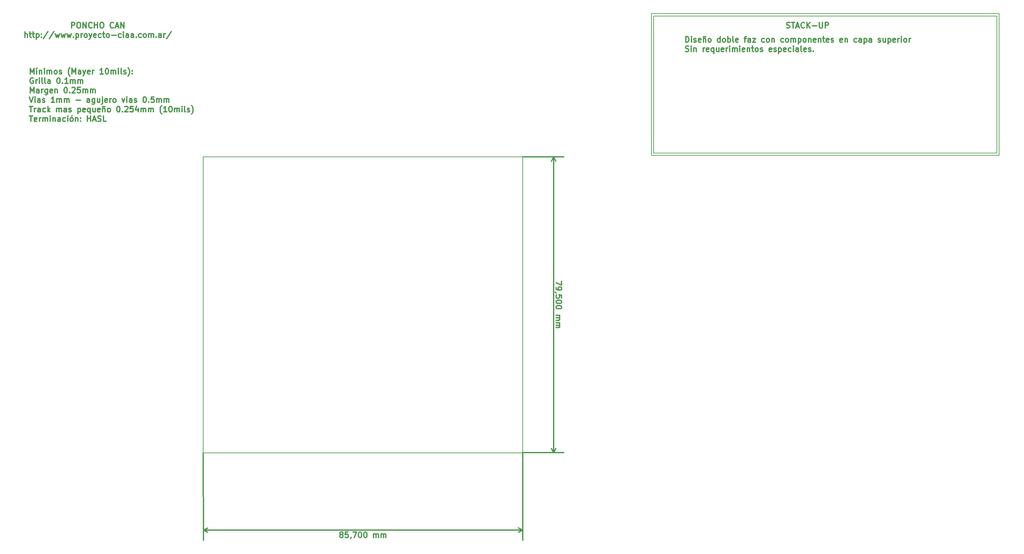
<source format=gbr>
G04 #@! TF.FileFunction,Drawing*
%FSLAX46Y46*%
G04 Gerber Fmt 4.6, Leading zero omitted, Abs format (unit mm)*
G04 Created by KiCad (PCBNEW 4.0.7-e2-6376~58~ubuntu16.04.1) date Tue Nov 20 12:23:16 2018*
%MOMM*%
%LPD*%
G01*
G04 APERTURE LIST*
%ADD10C,0.100000*%
%ADD11C,0.300000*%
%ADD12C,0.150000*%
%ADD13C,0.200000*%
G04 APERTURE END LIST*
D10*
D11*
X102734249Y-155899880D02*
X102591349Y-155828534D01*
X102519880Y-155757147D01*
X102448367Y-155614332D01*
X102448326Y-155542904D01*
X102519671Y-155400005D01*
X102591057Y-155328534D01*
X102733874Y-155257022D01*
X103019588Y-155256855D01*
X103162486Y-155328201D01*
X103233957Y-155399588D01*
X103305468Y-155542404D01*
X103305510Y-155613832D01*
X103234165Y-155756730D01*
X103162778Y-155828201D01*
X103019963Y-155899713D01*
X102734249Y-155899880D01*
X102591433Y-155971391D01*
X102520046Y-156042862D01*
X102448701Y-156185761D01*
X102448867Y-156471475D01*
X102520380Y-156614290D01*
X102591849Y-156685677D01*
X102734749Y-156757022D01*
X103020463Y-156756855D01*
X103163278Y-156685344D01*
X103234665Y-156613873D01*
X103306010Y-156470974D01*
X103305843Y-156185261D01*
X103234332Y-156042445D01*
X103162861Y-155971058D01*
X103019963Y-155899713D01*
X104662444Y-155255897D02*
X103948159Y-155256314D01*
X103877146Y-155970641D01*
X103948534Y-155899171D01*
X104091349Y-155827659D01*
X104448492Y-155827451D01*
X104591391Y-155898796D01*
X104662861Y-155970183D01*
X104734373Y-156112998D01*
X104734581Y-156470141D01*
X104663236Y-156613040D01*
X104591849Y-156684510D01*
X104449034Y-156756022D01*
X104091891Y-156756230D01*
X103948992Y-156684885D01*
X103877521Y-156613498D01*
X105448991Y-156684010D02*
X105449032Y-156755438D01*
X105377688Y-156898338D01*
X105306300Y-156969808D01*
X105948158Y-155255147D02*
X106948158Y-155254563D01*
X106306176Y-156754938D01*
X107805300Y-155254063D02*
X107948157Y-155253980D01*
X108091056Y-155325326D01*
X108162526Y-155396713D01*
X108234039Y-155539528D01*
X108305633Y-155825200D01*
X108305842Y-156182343D01*
X108234580Y-156468099D01*
X108163235Y-156610998D01*
X108091847Y-156682468D01*
X107949032Y-156753980D01*
X107806175Y-156754063D01*
X107663276Y-156682718D01*
X107591806Y-156611331D01*
X107520294Y-156468516D01*
X107448699Y-156182843D01*
X107448490Y-155825700D01*
X107519753Y-155539945D01*
X107591097Y-155397046D01*
X107662485Y-155325576D01*
X107805300Y-155254063D01*
X109233871Y-155253230D02*
X109376728Y-155253146D01*
X109519626Y-155324492D01*
X109591097Y-155395879D01*
X109662609Y-155538695D01*
X109734204Y-155824367D01*
X109734412Y-156181510D01*
X109663151Y-156467266D01*
X109591805Y-156610164D01*
X109520418Y-156681635D01*
X109377603Y-156753146D01*
X109234746Y-156753229D01*
X109091847Y-156681885D01*
X109020376Y-156610498D01*
X108948865Y-156467682D01*
X108877269Y-156182010D01*
X108877061Y-155824867D01*
X108948323Y-155539111D01*
X109019668Y-155396213D01*
X109091055Y-155324742D01*
X109233871Y-155253230D01*
X111520459Y-156751896D02*
X111519876Y-155751896D01*
X111519959Y-155894754D02*
X111591346Y-155823283D01*
X111734162Y-155751771D01*
X111948447Y-155751646D01*
X112091346Y-155822992D01*
X112162858Y-155965807D01*
X112163316Y-156751521D01*
X112162858Y-155965807D02*
X112234204Y-155822908D01*
X112377019Y-155751396D01*
X112591304Y-155751271D01*
X112734203Y-155822617D01*
X112805715Y-155965432D01*
X112806173Y-156751146D01*
X113520459Y-156750729D02*
X113519876Y-155750729D01*
X113519959Y-155893587D02*
X113591345Y-155822117D01*
X113734162Y-155750604D01*
X113948447Y-155750479D01*
X114091345Y-155821825D01*
X114162858Y-155964640D01*
X114163316Y-156750354D01*
X114162858Y-155964640D02*
X114234203Y-155821742D01*
X114377018Y-155750229D01*
X114591303Y-155750104D01*
X114734203Y-155821450D01*
X114805714Y-155964265D01*
X114806173Y-156749979D01*
X151512135Y-154699992D02*
X65812135Y-154749992D01*
X151500000Y-133900000D02*
X151513710Y-157399992D01*
X65800000Y-133950000D02*
X65813710Y-157449992D01*
X65812135Y-154749992D02*
X66938296Y-154162914D01*
X65812135Y-154749992D02*
X66938981Y-155335755D01*
X151512135Y-154699992D02*
X150385289Y-154114229D01*
X151512135Y-154699992D02*
X150385974Y-155287070D01*
X161971429Y-87864287D02*
X161971429Y-88864287D01*
X160471429Y-88221430D01*
X160471429Y-89507143D02*
X160471429Y-89792858D01*
X160542857Y-89935715D01*
X160614286Y-90007143D01*
X160828571Y-90150001D01*
X161114286Y-90221429D01*
X161685714Y-90221429D01*
X161828571Y-90150001D01*
X161900000Y-90078572D01*
X161971429Y-89935715D01*
X161971429Y-89650001D01*
X161900000Y-89507143D01*
X161828571Y-89435715D01*
X161685714Y-89364286D01*
X161328571Y-89364286D01*
X161185714Y-89435715D01*
X161114286Y-89507143D01*
X161042857Y-89650001D01*
X161042857Y-89935715D01*
X161114286Y-90078572D01*
X161185714Y-90150001D01*
X161328571Y-90221429D01*
X160542857Y-90935714D02*
X160471429Y-90935714D01*
X160328571Y-90864286D01*
X160257143Y-90792857D01*
X161971429Y-92292858D02*
X161971429Y-91578572D01*
X161257143Y-91507143D01*
X161328571Y-91578572D01*
X161400000Y-91721429D01*
X161400000Y-92078572D01*
X161328571Y-92221429D01*
X161257143Y-92292858D01*
X161114286Y-92364286D01*
X160757143Y-92364286D01*
X160614286Y-92292858D01*
X160542857Y-92221429D01*
X160471429Y-92078572D01*
X160471429Y-91721429D01*
X160542857Y-91578572D01*
X160614286Y-91507143D01*
X161971429Y-93292857D02*
X161971429Y-93435714D01*
X161900000Y-93578571D01*
X161828571Y-93650000D01*
X161685714Y-93721429D01*
X161400000Y-93792857D01*
X161042857Y-93792857D01*
X160757143Y-93721429D01*
X160614286Y-93650000D01*
X160542857Y-93578571D01*
X160471429Y-93435714D01*
X160471429Y-93292857D01*
X160542857Y-93150000D01*
X160614286Y-93078571D01*
X160757143Y-93007143D01*
X161042857Y-92935714D01*
X161400000Y-92935714D01*
X161685714Y-93007143D01*
X161828571Y-93078571D01*
X161900000Y-93150000D01*
X161971429Y-93292857D01*
X161971429Y-94721428D02*
X161971429Y-94864285D01*
X161900000Y-95007142D01*
X161828571Y-95078571D01*
X161685714Y-95150000D01*
X161400000Y-95221428D01*
X161042857Y-95221428D01*
X160757143Y-95150000D01*
X160614286Y-95078571D01*
X160542857Y-95007142D01*
X160471429Y-94864285D01*
X160471429Y-94721428D01*
X160542857Y-94578571D01*
X160614286Y-94507142D01*
X160757143Y-94435714D01*
X161042857Y-94364285D01*
X161400000Y-94364285D01*
X161685714Y-94435714D01*
X161828571Y-94507142D01*
X161900000Y-94578571D01*
X161971429Y-94721428D01*
X160471429Y-97007142D02*
X161471429Y-97007142D01*
X161328571Y-97007142D02*
X161400000Y-97078570D01*
X161471429Y-97221428D01*
X161471429Y-97435713D01*
X161400000Y-97578570D01*
X161257143Y-97649999D01*
X160471429Y-97649999D01*
X161257143Y-97649999D02*
X161400000Y-97721428D01*
X161471429Y-97864285D01*
X161471429Y-98078570D01*
X161400000Y-98221428D01*
X161257143Y-98292856D01*
X160471429Y-98292856D01*
X160471429Y-99007142D02*
X161471429Y-99007142D01*
X161328571Y-99007142D02*
X161400000Y-99078570D01*
X161471429Y-99221428D01*
X161471429Y-99435713D01*
X161400000Y-99578570D01*
X161257143Y-99649999D01*
X160471429Y-99649999D01*
X161257143Y-99649999D02*
X161400000Y-99721428D01*
X161471429Y-99864285D01*
X161471429Y-100078570D01*
X161400000Y-100221428D01*
X161257143Y-100292856D01*
X160471429Y-100292856D01*
X159800000Y-54400000D02*
X159800000Y-133900000D01*
X151500000Y-54400000D02*
X162500000Y-54400000D01*
X151500000Y-133900000D02*
X162500000Y-133900000D01*
X159800000Y-133900000D02*
X159213579Y-132773496D01*
X159800000Y-133900000D02*
X160386421Y-132773496D01*
X159800000Y-54400000D02*
X159213579Y-55526504D01*
X159800000Y-54400000D02*
X160386421Y-55526504D01*
X19357143Y-32103571D02*
X19357143Y-30603571D01*
X19857143Y-31675000D01*
X20357143Y-30603571D01*
X20357143Y-32103571D01*
X21071429Y-32103571D02*
X21071429Y-31103571D01*
X21214286Y-30532143D02*
X21000000Y-30746429D01*
X21785715Y-31103571D02*
X21785715Y-32103571D01*
X21785715Y-31246429D02*
X21857143Y-31175000D01*
X22000001Y-31103571D01*
X22214286Y-31103571D01*
X22357143Y-31175000D01*
X22428572Y-31317857D01*
X22428572Y-32103571D01*
X23142858Y-32103571D02*
X23142858Y-31103571D01*
X23142858Y-30603571D02*
X23071429Y-30675000D01*
X23142858Y-30746429D01*
X23214286Y-30675000D01*
X23142858Y-30603571D01*
X23142858Y-30746429D01*
X23857144Y-32103571D02*
X23857144Y-31103571D01*
X23857144Y-31246429D02*
X23928572Y-31175000D01*
X24071430Y-31103571D01*
X24285715Y-31103571D01*
X24428572Y-31175000D01*
X24500001Y-31317857D01*
X24500001Y-32103571D01*
X24500001Y-31317857D02*
X24571430Y-31175000D01*
X24714287Y-31103571D01*
X24928572Y-31103571D01*
X25071430Y-31175000D01*
X25142858Y-31317857D01*
X25142858Y-32103571D01*
X26071430Y-32103571D02*
X25928572Y-32032143D01*
X25857144Y-31960714D01*
X25785715Y-31817857D01*
X25785715Y-31389286D01*
X25857144Y-31246429D01*
X25928572Y-31175000D01*
X26071430Y-31103571D01*
X26285715Y-31103571D01*
X26428572Y-31175000D01*
X26500001Y-31246429D01*
X26571430Y-31389286D01*
X26571430Y-31817857D01*
X26500001Y-31960714D01*
X26428572Y-32032143D01*
X26285715Y-32103571D01*
X26071430Y-32103571D01*
X27142858Y-32032143D02*
X27285715Y-32103571D01*
X27571430Y-32103571D01*
X27714287Y-32032143D01*
X27785715Y-31889286D01*
X27785715Y-31817857D01*
X27714287Y-31675000D01*
X27571430Y-31603571D01*
X27357144Y-31603571D01*
X27214287Y-31532143D01*
X27142858Y-31389286D01*
X27142858Y-31317857D01*
X27214287Y-31175000D01*
X27357144Y-31103571D01*
X27571430Y-31103571D01*
X27714287Y-31175000D01*
X30000001Y-32675000D02*
X29928573Y-32603571D01*
X29785716Y-32389286D01*
X29714287Y-32246429D01*
X29642858Y-32032143D01*
X29571430Y-31675000D01*
X29571430Y-31389286D01*
X29642858Y-31032143D01*
X29714287Y-30817857D01*
X29785716Y-30675000D01*
X29928573Y-30460714D01*
X30000001Y-30389286D01*
X30571430Y-32103571D02*
X30571430Y-30603571D01*
X31071430Y-31675000D01*
X31571430Y-30603571D01*
X31571430Y-32103571D01*
X32928573Y-32103571D02*
X32928573Y-31317857D01*
X32857144Y-31175000D01*
X32714287Y-31103571D01*
X32428573Y-31103571D01*
X32285716Y-31175000D01*
X32928573Y-32032143D02*
X32785716Y-32103571D01*
X32428573Y-32103571D01*
X32285716Y-32032143D01*
X32214287Y-31889286D01*
X32214287Y-31746429D01*
X32285716Y-31603571D01*
X32428573Y-31532143D01*
X32785716Y-31532143D01*
X32928573Y-31460714D01*
X33500002Y-31103571D02*
X33857145Y-32103571D01*
X34214287Y-31103571D02*
X33857145Y-32103571D01*
X33714287Y-32460714D01*
X33642859Y-32532143D01*
X33500002Y-32603571D01*
X35357144Y-32032143D02*
X35214287Y-32103571D01*
X34928573Y-32103571D01*
X34785716Y-32032143D01*
X34714287Y-31889286D01*
X34714287Y-31317857D01*
X34785716Y-31175000D01*
X34928573Y-31103571D01*
X35214287Y-31103571D01*
X35357144Y-31175000D01*
X35428573Y-31317857D01*
X35428573Y-31460714D01*
X34714287Y-31603571D01*
X36071430Y-32103571D02*
X36071430Y-31103571D01*
X36071430Y-31389286D02*
X36142858Y-31246429D01*
X36214287Y-31175000D01*
X36357144Y-31103571D01*
X36500001Y-31103571D01*
X38928572Y-32103571D02*
X38071429Y-32103571D01*
X38500001Y-32103571D02*
X38500001Y-30603571D01*
X38357144Y-30817857D01*
X38214286Y-30960714D01*
X38071429Y-31032143D01*
X39857143Y-30603571D02*
X40000000Y-30603571D01*
X40142857Y-30675000D01*
X40214286Y-30746429D01*
X40285715Y-30889286D01*
X40357143Y-31175000D01*
X40357143Y-31532143D01*
X40285715Y-31817857D01*
X40214286Y-31960714D01*
X40142857Y-32032143D01*
X40000000Y-32103571D01*
X39857143Y-32103571D01*
X39714286Y-32032143D01*
X39642857Y-31960714D01*
X39571429Y-31817857D01*
X39500000Y-31532143D01*
X39500000Y-31175000D01*
X39571429Y-30889286D01*
X39642857Y-30746429D01*
X39714286Y-30675000D01*
X39857143Y-30603571D01*
X41000000Y-32103571D02*
X41000000Y-31103571D01*
X41000000Y-31246429D02*
X41071428Y-31175000D01*
X41214286Y-31103571D01*
X41428571Y-31103571D01*
X41571428Y-31175000D01*
X41642857Y-31317857D01*
X41642857Y-32103571D01*
X41642857Y-31317857D02*
X41714286Y-31175000D01*
X41857143Y-31103571D01*
X42071428Y-31103571D01*
X42214286Y-31175000D01*
X42285714Y-31317857D01*
X42285714Y-32103571D01*
X43000000Y-32103571D02*
X43000000Y-31103571D01*
X43000000Y-30603571D02*
X42928571Y-30675000D01*
X43000000Y-30746429D01*
X43071428Y-30675000D01*
X43000000Y-30603571D01*
X43000000Y-30746429D01*
X43928572Y-32103571D02*
X43785714Y-32032143D01*
X43714286Y-31889286D01*
X43714286Y-30603571D01*
X44428571Y-32032143D02*
X44571428Y-32103571D01*
X44857143Y-32103571D01*
X45000000Y-32032143D01*
X45071428Y-31889286D01*
X45071428Y-31817857D01*
X45000000Y-31675000D01*
X44857143Y-31603571D01*
X44642857Y-31603571D01*
X44500000Y-31532143D01*
X44428571Y-31389286D01*
X44428571Y-31317857D01*
X44500000Y-31175000D01*
X44642857Y-31103571D01*
X44857143Y-31103571D01*
X45000000Y-31175000D01*
X45571429Y-32675000D02*
X45642857Y-32603571D01*
X45785714Y-32389286D01*
X45857143Y-32246429D01*
X45928572Y-32032143D01*
X46000000Y-31675000D01*
X46000000Y-31389286D01*
X45928572Y-31032143D01*
X45857143Y-30817857D01*
X45785714Y-30675000D01*
X45642857Y-30460714D01*
X45571429Y-30389286D01*
X46714286Y-31960714D02*
X46785714Y-32032143D01*
X46714286Y-32103571D01*
X46642857Y-32032143D01*
X46714286Y-31960714D01*
X46714286Y-32103571D01*
X46714286Y-31175000D02*
X46785714Y-31246429D01*
X46714286Y-31317857D01*
X46642857Y-31246429D01*
X46714286Y-31175000D01*
X46714286Y-31317857D01*
X20142857Y-33225000D02*
X20000000Y-33153571D01*
X19785714Y-33153571D01*
X19571429Y-33225000D01*
X19428571Y-33367857D01*
X19357143Y-33510714D01*
X19285714Y-33796429D01*
X19285714Y-34010714D01*
X19357143Y-34296429D01*
X19428571Y-34439286D01*
X19571429Y-34582143D01*
X19785714Y-34653571D01*
X19928571Y-34653571D01*
X20142857Y-34582143D01*
X20214286Y-34510714D01*
X20214286Y-34010714D01*
X19928571Y-34010714D01*
X20857143Y-34653571D02*
X20857143Y-33653571D01*
X20857143Y-33939286D02*
X20928571Y-33796429D01*
X21000000Y-33725000D01*
X21142857Y-33653571D01*
X21285714Y-33653571D01*
X21785714Y-34653571D02*
X21785714Y-33653571D01*
X21785714Y-33153571D02*
X21714285Y-33225000D01*
X21785714Y-33296429D01*
X21857142Y-33225000D01*
X21785714Y-33153571D01*
X21785714Y-33296429D01*
X22714286Y-34653571D02*
X22571428Y-34582143D01*
X22500000Y-34439286D01*
X22500000Y-33153571D01*
X23500000Y-34653571D02*
X23357142Y-34582143D01*
X23285714Y-34439286D01*
X23285714Y-33153571D01*
X24714285Y-34653571D02*
X24714285Y-33867857D01*
X24642856Y-33725000D01*
X24499999Y-33653571D01*
X24214285Y-33653571D01*
X24071428Y-33725000D01*
X24714285Y-34582143D02*
X24571428Y-34653571D01*
X24214285Y-34653571D01*
X24071428Y-34582143D01*
X23999999Y-34439286D01*
X23999999Y-34296429D01*
X24071428Y-34153571D01*
X24214285Y-34082143D01*
X24571428Y-34082143D01*
X24714285Y-34010714D01*
X26857142Y-33153571D02*
X26999999Y-33153571D01*
X27142856Y-33225000D01*
X27214285Y-33296429D01*
X27285714Y-33439286D01*
X27357142Y-33725000D01*
X27357142Y-34082143D01*
X27285714Y-34367857D01*
X27214285Y-34510714D01*
X27142856Y-34582143D01*
X26999999Y-34653571D01*
X26857142Y-34653571D01*
X26714285Y-34582143D01*
X26642856Y-34510714D01*
X26571428Y-34367857D01*
X26499999Y-34082143D01*
X26499999Y-33725000D01*
X26571428Y-33439286D01*
X26642856Y-33296429D01*
X26714285Y-33225000D01*
X26857142Y-33153571D01*
X27999999Y-34510714D02*
X28071427Y-34582143D01*
X27999999Y-34653571D01*
X27928570Y-34582143D01*
X27999999Y-34510714D01*
X27999999Y-34653571D01*
X29499999Y-34653571D02*
X28642856Y-34653571D01*
X29071428Y-34653571D02*
X29071428Y-33153571D01*
X28928571Y-33367857D01*
X28785713Y-33510714D01*
X28642856Y-33582143D01*
X30142856Y-34653571D02*
X30142856Y-33653571D01*
X30142856Y-33796429D02*
X30214284Y-33725000D01*
X30357142Y-33653571D01*
X30571427Y-33653571D01*
X30714284Y-33725000D01*
X30785713Y-33867857D01*
X30785713Y-34653571D01*
X30785713Y-33867857D02*
X30857142Y-33725000D01*
X30999999Y-33653571D01*
X31214284Y-33653571D01*
X31357142Y-33725000D01*
X31428570Y-33867857D01*
X31428570Y-34653571D01*
X32142856Y-34653571D02*
X32142856Y-33653571D01*
X32142856Y-33796429D02*
X32214284Y-33725000D01*
X32357142Y-33653571D01*
X32571427Y-33653571D01*
X32714284Y-33725000D01*
X32785713Y-33867857D01*
X32785713Y-34653571D01*
X32785713Y-33867857D02*
X32857142Y-33725000D01*
X32999999Y-33653571D01*
X33214284Y-33653571D01*
X33357142Y-33725000D01*
X33428570Y-33867857D01*
X33428570Y-34653571D01*
X19357143Y-37203571D02*
X19357143Y-35703571D01*
X19857143Y-36775000D01*
X20357143Y-35703571D01*
X20357143Y-37203571D01*
X21714286Y-37203571D02*
X21714286Y-36417857D01*
X21642857Y-36275000D01*
X21500000Y-36203571D01*
X21214286Y-36203571D01*
X21071429Y-36275000D01*
X21714286Y-37132143D02*
X21571429Y-37203571D01*
X21214286Y-37203571D01*
X21071429Y-37132143D01*
X21000000Y-36989286D01*
X21000000Y-36846429D01*
X21071429Y-36703571D01*
X21214286Y-36632143D01*
X21571429Y-36632143D01*
X21714286Y-36560714D01*
X22428572Y-37203571D02*
X22428572Y-36203571D01*
X22428572Y-36489286D02*
X22500000Y-36346429D01*
X22571429Y-36275000D01*
X22714286Y-36203571D01*
X22857143Y-36203571D01*
X24000000Y-36203571D02*
X24000000Y-37417857D01*
X23928571Y-37560714D01*
X23857143Y-37632143D01*
X23714286Y-37703571D01*
X23500000Y-37703571D01*
X23357143Y-37632143D01*
X24000000Y-37132143D02*
X23857143Y-37203571D01*
X23571429Y-37203571D01*
X23428571Y-37132143D01*
X23357143Y-37060714D01*
X23285714Y-36917857D01*
X23285714Y-36489286D01*
X23357143Y-36346429D01*
X23428571Y-36275000D01*
X23571429Y-36203571D01*
X23857143Y-36203571D01*
X24000000Y-36275000D01*
X25285714Y-37132143D02*
X25142857Y-37203571D01*
X24857143Y-37203571D01*
X24714286Y-37132143D01*
X24642857Y-36989286D01*
X24642857Y-36417857D01*
X24714286Y-36275000D01*
X24857143Y-36203571D01*
X25142857Y-36203571D01*
X25285714Y-36275000D01*
X25357143Y-36417857D01*
X25357143Y-36560714D01*
X24642857Y-36703571D01*
X26000000Y-36203571D02*
X26000000Y-37203571D01*
X26000000Y-36346429D02*
X26071428Y-36275000D01*
X26214286Y-36203571D01*
X26428571Y-36203571D01*
X26571428Y-36275000D01*
X26642857Y-36417857D01*
X26642857Y-37203571D01*
X28785714Y-35703571D02*
X28928571Y-35703571D01*
X29071428Y-35775000D01*
X29142857Y-35846429D01*
X29214286Y-35989286D01*
X29285714Y-36275000D01*
X29285714Y-36632143D01*
X29214286Y-36917857D01*
X29142857Y-37060714D01*
X29071428Y-37132143D01*
X28928571Y-37203571D01*
X28785714Y-37203571D01*
X28642857Y-37132143D01*
X28571428Y-37060714D01*
X28500000Y-36917857D01*
X28428571Y-36632143D01*
X28428571Y-36275000D01*
X28500000Y-35989286D01*
X28571428Y-35846429D01*
X28642857Y-35775000D01*
X28785714Y-35703571D01*
X29928571Y-37060714D02*
X29999999Y-37132143D01*
X29928571Y-37203571D01*
X29857142Y-37132143D01*
X29928571Y-37060714D01*
X29928571Y-37203571D01*
X30571428Y-35846429D02*
X30642857Y-35775000D01*
X30785714Y-35703571D01*
X31142857Y-35703571D01*
X31285714Y-35775000D01*
X31357143Y-35846429D01*
X31428571Y-35989286D01*
X31428571Y-36132143D01*
X31357143Y-36346429D01*
X30500000Y-37203571D01*
X31428571Y-37203571D01*
X32785714Y-35703571D02*
X32071428Y-35703571D01*
X31999999Y-36417857D01*
X32071428Y-36346429D01*
X32214285Y-36275000D01*
X32571428Y-36275000D01*
X32714285Y-36346429D01*
X32785714Y-36417857D01*
X32857142Y-36560714D01*
X32857142Y-36917857D01*
X32785714Y-37060714D01*
X32714285Y-37132143D01*
X32571428Y-37203571D01*
X32214285Y-37203571D01*
X32071428Y-37132143D01*
X31999999Y-37060714D01*
X33499999Y-37203571D02*
X33499999Y-36203571D01*
X33499999Y-36346429D02*
X33571427Y-36275000D01*
X33714285Y-36203571D01*
X33928570Y-36203571D01*
X34071427Y-36275000D01*
X34142856Y-36417857D01*
X34142856Y-37203571D01*
X34142856Y-36417857D02*
X34214285Y-36275000D01*
X34357142Y-36203571D01*
X34571427Y-36203571D01*
X34714285Y-36275000D01*
X34785713Y-36417857D01*
X34785713Y-37203571D01*
X35499999Y-37203571D02*
X35499999Y-36203571D01*
X35499999Y-36346429D02*
X35571427Y-36275000D01*
X35714285Y-36203571D01*
X35928570Y-36203571D01*
X36071427Y-36275000D01*
X36142856Y-36417857D01*
X36142856Y-37203571D01*
X36142856Y-36417857D02*
X36214285Y-36275000D01*
X36357142Y-36203571D01*
X36571427Y-36203571D01*
X36714285Y-36275000D01*
X36785713Y-36417857D01*
X36785713Y-37203571D01*
X19142857Y-38253571D02*
X19642857Y-39753571D01*
X20142857Y-38253571D01*
X20642857Y-39753571D02*
X20642857Y-38753571D01*
X20642857Y-38253571D02*
X20571428Y-38325000D01*
X20642857Y-38396429D01*
X20714285Y-38325000D01*
X20642857Y-38253571D01*
X20642857Y-38396429D01*
X22000000Y-39753571D02*
X22000000Y-38967857D01*
X21928571Y-38825000D01*
X21785714Y-38753571D01*
X21500000Y-38753571D01*
X21357143Y-38825000D01*
X22000000Y-39682143D02*
X21857143Y-39753571D01*
X21500000Y-39753571D01*
X21357143Y-39682143D01*
X21285714Y-39539286D01*
X21285714Y-39396429D01*
X21357143Y-39253571D01*
X21500000Y-39182143D01*
X21857143Y-39182143D01*
X22000000Y-39110714D01*
X22642857Y-39682143D02*
X22785714Y-39753571D01*
X23071429Y-39753571D01*
X23214286Y-39682143D01*
X23285714Y-39539286D01*
X23285714Y-39467857D01*
X23214286Y-39325000D01*
X23071429Y-39253571D01*
X22857143Y-39253571D01*
X22714286Y-39182143D01*
X22642857Y-39039286D01*
X22642857Y-38967857D01*
X22714286Y-38825000D01*
X22857143Y-38753571D01*
X23071429Y-38753571D01*
X23214286Y-38825000D01*
X25857143Y-39753571D02*
X25000000Y-39753571D01*
X25428572Y-39753571D02*
X25428572Y-38253571D01*
X25285715Y-38467857D01*
X25142857Y-38610714D01*
X25000000Y-38682143D01*
X26500000Y-39753571D02*
X26500000Y-38753571D01*
X26500000Y-38896429D02*
X26571428Y-38825000D01*
X26714286Y-38753571D01*
X26928571Y-38753571D01*
X27071428Y-38825000D01*
X27142857Y-38967857D01*
X27142857Y-39753571D01*
X27142857Y-38967857D02*
X27214286Y-38825000D01*
X27357143Y-38753571D01*
X27571428Y-38753571D01*
X27714286Y-38825000D01*
X27785714Y-38967857D01*
X27785714Y-39753571D01*
X28500000Y-39753571D02*
X28500000Y-38753571D01*
X28500000Y-38896429D02*
X28571428Y-38825000D01*
X28714286Y-38753571D01*
X28928571Y-38753571D01*
X29071428Y-38825000D01*
X29142857Y-38967857D01*
X29142857Y-39753571D01*
X29142857Y-38967857D02*
X29214286Y-38825000D01*
X29357143Y-38753571D01*
X29571428Y-38753571D01*
X29714286Y-38825000D01*
X29785714Y-38967857D01*
X29785714Y-39753571D01*
X31642857Y-39182143D02*
X32785714Y-39182143D01*
X35285714Y-39753571D02*
X35285714Y-38967857D01*
X35214285Y-38825000D01*
X35071428Y-38753571D01*
X34785714Y-38753571D01*
X34642857Y-38825000D01*
X35285714Y-39682143D02*
X35142857Y-39753571D01*
X34785714Y-39753571D01*
X34642857Y-39682143D01*
X34571428Y-39539286D01*
X34571428Y-39396429D01*
X34642857Y-39253571D01*
X34785714Y-39182143D01*
X35142857Y-39182143D01*
X35285714Y-39110714D01*
X36642857Y-38753571D02*
X36642857Y-39967857D01*
X36571428Y-40110714D01*
X36500000Y-40182143D01*
X36357143Y-40253571D01*
X36142857Y-40253571D01*
X36000000Y-40182143D01*
X36642857Y-39682143D02*
X36500000Y-39753571D01*
X36214286Y-39753571D01*
X36071428Y-39682143D01*
X36000000Y-39610714D01*
X35928571Y-39467857D01*
X35928571Y-39039286D01*
X36000000Y-38896429D01*
X36071428Y-38825000D01*
X36214286Y-38753571D01*
X36500000Y-38753571D01*
X36642857Y-38825000D01*
X38000000Y-38753571D02*
X38000000Y-39753571D01*
X37357143Y-38753571D02*
X37357143Y-39539286D01*
X37428571Y-39682143D01*
X37571429Y-39753571D01*
X37785714Y-39753571D01*
X37928571Y-39682143D01*
X38000000Y-39610714D01*
X38714286Y-38753571D02*
X38714286Y-40039286D01*
X38642857Y-40182143D01*
X38500000Y-40253571D01*
X38428572Y-40253571D01*
X38714286Y-38253571D02*
X38642857Y-38325000D01*
X38714286Y-38396429D01*
X38785714Y-38325000D01*
X38714286Y-38253571D01*
X38714286Y-38396429D01*
X40000000Y-39682143D02*
X39857143Y-39753571D01*
X39571429Y-39753571D01*
X39428572Y-39682143D01*
X39357143Y-39539286D01*
X39357143Y-38967857D01*
X39428572Y-38825000D01*
X39571429Y-38753571D01*
X39857143Y-38753571D01*
X40000000Y-38825000D01*
X40071429Y-38967857D01*
X40071429Y-39110714D01*
X39357143Y-39253571D01*
X40714286Y-39753571D02*
X40714286Y-38753571D01*
X40714286Y-39039286D02*
X40785714Y-38896429D01*
X40857143Y-38825000D01*
X41000000Y-38753571D01*
X41142857Y-38753571D01*
X41857143Y-39753571D02*
X41714285Y-39682143D01*
X41642857Y-39610714D01*
X41571428Y-39467857D01*
X41571428Y-39039286D01*
X41642857Y-38896429D01*
X41714285Y-38825000D01*
X41857143Y-38753571D01*
X42071428Y-38753571D01*
X42214285Y-38825000D01*
X42285714Y-38896429D01*
X42357143Y-39039286D01*
X42357143Y-39467857D01*
X42285714Y-39610714D01*
X42214285Y-39682143D01*
X42071428Y-39753571D01*
X41857143Y-39753571D01*
X44000000Y-38753571D02*
X44357143Y-39753571D01*
X44714285Y-38753571D01*
X45285714Y-39753571D02*
X45285714Y-38753571D01*
X45285714Y-38253571D02*
X45214285Y-38325000D01*
X45285714Y-38396429D01*
X45357142Y-38325000D01*
X45285714Y-38253571D01*
X45285714Y-38396429D01*
X46642857Y-39753571D02*
X46642857Y-38967857D01*
X46571428Y-38825000D01*
X46428571Y-38753571D01*
X46142857Y-38753571D01*
X46000000Y-38825000D01*
X46642857Y-39682143D02*
X46500000Y-39753571D01*
X46142857Y-39753571D01*
X46000000Y-39682143D01*
X45928571Y-39539286D01*
X45928571Y-39396429D01*
X46000000Y-39253571D01*
X46142857Y-39182143D01*
X46500000Y-39182143D01*
X46642857Y-39110714D01*
X47285714Y-39682143D02*
X47428571Y-39753571D01*
X47714286Y-39753571D01*
X47857143Y-39682143D01*
X47928571Y-39539286D01*
X47928571Y-39467857D01*
X47857143Y-39325000D01*
X47714286Y-39253571D01*
X47500000Y-39253571D01*
X47357143Y-39182143D01*
X47285714Y-39039286D01*
X47285714Y-38967857D01*
X47357143Y-38825000D01*
X47500000Y-38753571D01*
X47714286Y-38753571D01*
X47857143Y-38825000D01*
X50000000Y-38253571D02*
X50142857Y-38253571D01*
X50285714Y-38325000D01*
X50357143Y-38396429D01*
X50428572Y-38539286D01*
X50500000Y-38825000D01*
X50500000Y-39182143D01*
X50428572Y-39467857D01*
X50357143Y-39610714D01*
X50285714Y-39682143D01*
X50142857Y-39753571D01*
X50000000Y-39753571D01*
X49857143Y-39682143D01*
X49785714Y-39610714D01*
X49714286Y-39467857D01*
X49642857Y-39182143D01*
X49642857Y-38825000D01*
X49714286Y-38539286D01*
X49785714Y-38396429D01*
X49857143Y-38325000D01*
X50000000Y-38253571D01*
X51142857Y-39610714D02*
X51214285Y-39682143D01*
X51142857Y-39753571D01*
X51071428Y-39682143D01*
X51142857Y-39610714D01*
X51142857Y-39753571D01*
X52571429Y-38253571D02*
X51857143Y-38253571D01*
X51785714Y-38967857D01*
X51857143Y-38896429D01*
X52000000Y-38825000D01*
X52357143Y-38825000D01*
X52500000Y-38896429D01*
X52571429Y-38967857D01*
X52642857Y-39110714D01*
X52642857Y-39467857D01*
X52571429Y-39610714D01*
X52500000Y-39682143D01*
X52357143Y-39753571D01*
X52000000Y-39753571D01*
X51857143Y-39682143D01*
X51785714Y-39610714D01*
X53285714Y-39753571D02*
X53285714Y-38753571D01*
X53285714Y-38896429D02*
X53357142Y-38825000D01*
X53500000Y-38753571D01*
X53714285Y-38753571D01*
X53857142Y-38825000D01*
X53928571Y-38967857D01*
X53928571Y-39753571D01*
X53928571Y-38967857D02*
X54000000Y-38825000D01*
X54142857Y-38753571D01*
X54357142Y-38753571D01*
X54500000Y-38825000D01*
X54571428Y-38967857D01*
X54571428Y-39753571D01*
X55285714Y-39753571D02*
X55285714Y-38753571D01*
X55285714Y-38896429D02*
X55357142Y-38825000D01*
X55500000Y-38753571D01*
X55714285Y-38753571D01*
X55857142Y-38825000D01*
X55928571Y-38967857D01*
X55928571Y-39753571D01*
X55928571Y-38967857D02*
X56000000Y-38825000D01*
X56142857Y-38753571D01*
X56357142Y-38753571D01*
X56500000Y-38825000D01*
X56571428Y-38967857D01*
X56571428Y-39753571D01*
X19142857Y-40803571D02*
X20000000Y-40803571D01*
X19571429Y-42303571D02*
X19571429Y-40803571D01*
X20500000Y-42303571D02*
X20500000Y-41303571D01*
X20500000Y-41589286D02*
X20571428Y-41446429D01*
X20642857Y-41375000D01*
X20785714Y-41303571D01*
X20928571Y-41303571D01*
X22071428Y-42303571D02*
X22071428Y-41517857D01*
X21999999Y-41375000D01*
X21857142Y-41303571D01*
X21571428Y-41303571D01*
X21428571Y-41375000D01*
X22071428Y-42232143D02*
X21928571Y-42303571D01*
X21571428Y-42303571D01*
X21428571Y-42232143D01*
X21357142Y-42089286D01*
X21357142Y-41946429D01*
X21428571Y-41803571D01*
X21571428Y-41732143D01*
X21928571Y-41732143D01*
X22071428Y-41660714D01*
X23428571Y-42232143D02*
X23285714Y-42303571D01*
X23000000Y-42303571D01*
X22857142Y-42232143D01*
X22785714Y-42160714D01*
X22714285Y-42017857D01*
X22714285Y-41589286D01*
X22785714Y-41446429D01*
X22857142Y-41375000D01*
X23000000Y-41303571D01*
X23285714Y-41303571D01*
X23428571Y-41375000D01*
X24071428Y-42303571D02*
X24071428Y-40803571D01*
X24214285Y-41732143D02*
X24642856Y-42303571D01*
X24642856Y-41303571D02*
X24071428Y-41875000D01*
X26428571Y-42303571D02*
X26428571Y-41303571D01*
X26428571Y-41446429D02*
X26499999Y-41375000D01*
X26642857Y-41303571D01*
X26857142Y-41303571D01*
X26999999Y-41375000D01*
X27071428Y-41517857D01*
X27071428Y-42303571D01*
X27071428Y-41517857D02*
X27142857Y-41375000D01*
X27285714Y-41303571D01*
X27499999Y-41303571D01*
X27642857Y-41375000D01*
X27714285Y-41517857D01*
X27714285Y-42303571D01*
X29071428Y-42303571D02*
X29071428Y-41517857D01*
X28999999Y-41375000D01*
X28857142Y-41303571D01*
X28571428Y-41303571D01*
X28428571Y-41375000D01*
X29071428Y-42232143D02*
X28928571Y-42303571D01*
X28571428Y-42303571D01*
X28428571Y-42232143D01*
X28357142Y-42089286D01*
X28357142Y-41946429D01*
X28428571Y-41803571D01*
X28571428Y-41732143D01*
X28928571Y-41732143D01*
X29071428Y-41660714D01*
X29714285Y-42232143D02*
X29857142Y-42303571D01*
X30142857Y-42303571D01*
X30285714Y-42232143D01*
X30357142Y-42089286D01*
X30357142Y-42017857D01*
X30285714Y-41875000D01*
X30142857Y-41803571D01*
X29928571Y-41803571D01*
X29785714Y-41732143D01*
X29714285Y-41589286D01*
X29714285Y-41517857D01*
X29785714Y-41375000D01*
X29928571Y-41303571D01*
X30142857Y-41303571D01*
X30285714Y-41375000D01*
X32142857Y-41303571D02*
X32142857Y-42803571D01*
X32142857Y-41375000D02*
X32285714Y-41303571D01*
X32571428Y-41303571D01*
X32714285Y-41375000D01*
X32785714Y-41446429D01*
X32857143Y-41589286D01*
X32857143Y-42017857D01*
X32785714Y-42160714D01*
X32714285Y-42232143D01*
X32571428Y-42303571D01*
X32285714Y-42303571D01*
X32142857Y-42232143D01*
X34071428Y-42232143D02*
X33928571Y-42303571D01*
X33642857Y-42303571D01*
X33500000Y-42232143D01*
X33428571Y-42089286D01*
X33428571Y-41517857D01*
X33500000Y-41375000D01*
X33642857Y-41303571D01*
X33928571Y-41303571D01*
X34071428Y-41375000D01*
X34142857Y-41517857D01*
X34142857Y-41660714D01*
X33428571Y-41803571D01*
X35428571Y-41303571D02*
X35428571Y-42803571D01*
X35428571Y-42232143D02*
X35285714Y-42303571D01*
X35000000Y-42303571D01*
X34857142Y-42232143D01*
X34785714Y-42160714D01*
X34714285Y-42017857D01*
X34714285Y-41589286D01*
X34785714Y-41446429D01*
X34857142Y-41375000D01*
X35000000Y-41303571D01*
X35285714Y-41303571D01*
X35428571Y-41375000D01*
X36785714Y-41303571D02*
X36785714Y-42303571D01*
X36142857Y-41303571D02*
X36142857Y-42089286D01*
X36214285Y-42232143D01*
X36357143Y-42303571D01*
X36571428Y-42303571D01*
X36714285Y-42232143D01*
X36785714Y-42160714D01*
X38071428Y-42232143D02*
X37928571Y-42303571D01*
X37642857Y-42303571D01*
X37500000Y-42232143D01*
X37428571Y-42089286D01*
X37428571Y-41517857D01*
X37500000Y-41375000D01*
X37642857Y-41303571D01*
X37928571Y-41303571D01*
X38071428Y-41375000D01*
X38142857Y-41517857D01*
X38142857Y-41660714D01*
X37428571Y-41803571D01*
X38785714Y-41303571D02*
X38785714Y-42303571D01*
X38785714Y-41446429D02*
X38857142Y-41375000D01*
X39000000Y-41303571D01*
X39214285Y-41303571D01*
X39357142Y-41375000D01*
X39428571Y-41517857D01*
X39428571Y-42303571D01*
X38714285Y-40946429D02*
X38785714Y-40875000D01*
X38928571Y-40803571D01*
X39214285Y-40946429D01*
X39357142Y-40875000D01*
X39428571Y-40803571D01*
X40357143Y-42303571D02*
X40214285Y-42232143D01*
X40142857Y-42160714D01*
X40071428Y-42017857D01*
X40071428Y-41589286D01*
X40142857Y-41446429D01*
X40214285Y-41375000D01*
X40357143Y-41303571D01*
X40571428Y-41303571D01*
X40714285Y-41375000D01*
X40785714Y-41446429D01*
X40857143Y-41589286D01*
X40857143Y-42017857D01*
X40785714Y-42160714D01*
X40714285Y-42232143D01*
X40571428Y-42303571D01*
X40357143Y-42303571D01*
X42928571Y-40803571D02*
X43071428Y-40803571D01*
X43214285Y-40875000D01*
X43285714Y-40946429D01*
X43357143Y-41089286D01*
X43428571Y-41375000D01*
X43428571Y-41732143D01*
X43357143Y-42017857D01*
X43285714Y-42160714D01*
X43214285Y-42232143D01*
X43071428Y-42303571D01*
X42928571Y-42303571D01*
X42785714Y-42232143D01*
X42714285Y-42160714D01*
X42642857Y-42017857D01*
X42571428Y-41732143D01*
X42571428Y-41375000D01*
X42642857Y-41089286D01*
X42714285Y-40946429D01*
X42785714Y-40875000D01*
X42928571Y-40803571D01*
X44071428Y-42160714D02*
X44142856Y-42232143D01*
X44071428Y-42303571D01*
X43999999Y-42232143D01*
X44071428Y-42160714D01*
X44071428Y-42303571D01*
X44714285Y-40946429D02*
X44785714Y-40875000D01*
X44928571Y-40803571D01*
X45285714Y-40803571D01*
X45428571Y-40875000D01*
X45500000Y-40946429D01*
X45571428Y-41089286D01*
X45571428Y-41232143D01*
X45500000Y-41446429D01*
X44642857Y-42303571D01*
X45571428Y-42303571D01*
X46928571Y-40803571D02*
X46214285Y-40803571D01*
X46142856Y-41517857D01*
X46214285Y-41446429D01*
X46357142Y-41375000D01*
X46714285Y-41375000D01*
X46857142Y-41446429D01*
X46928571Y-41517857D01*
X46999999Y-41660714D01*
X46999999Y-42017857D01*
X46928571Y-42160714D01*
X46857142Y-42232143D01*
X46714285Y-42303571D01*
X46357142Y-42303571D01*
X46214285Y-42232143D01*
X46142856Y-42160714D01*
X48285713Y-41303571D02*
X48285713Y-42303571D01*
X47928570Y-40732143D02*
X47571427Y-41803571D01*
X48499999Y-41803571D01*
X49071427Y-42303571D02*
X49071427Y-41303571D01*
X49071427Y-41446429D02*
X49142855Y-41375000D01*
X49285713Y-41303571D01*
X49499998Y-41303571D01*
X49642855Y-41375000D01*
X49714284Y-41517857D01*
X49714284Y-42303571D01*
X49714284Y-41517857D02*
X49785713Y-41375000D01*
X49928570Y-41303571D01*
X50142855Y-41303571D01*
X50285713Y-41375000D01*
X50357141Y-41517857D01*
X50357141Y-42303571D01*
X51071427Y-42303571D02*
X51071427Y-41303571D01*
X51071427Y-41446429D02*
X51142855Y-41375000D01*
X51285713Y-41303571D01*
X51499998Y-41303571D01*
X51642855Y-41375000D01*
X51714284Y-41517857D01*
X51714284Y-42303571D01*
X51714284Y-41517857D02*
X51785713Y-41375000D01*
X51928570Y-41303571D01*
X52142855Y-41303571D01*
X52285713Y-41375000D01*
X52357141Y-41517857D01*
X52357141Y-42303571D01*
X54642855Y-42875000D02*
X54571427Y-42803571D01*
X54428570Y-42589286D01*
X54357141Y-42446429D01*
X54285712Y-42232143D01*
X54214284Y-41875000D01*
X54214284Y-41589286D01*
X54285712Y-41232143D01*
X54357141Y-41017857D01*
X54428570Y-40875000D01*
X54571427Y-40660714D01*
X54642855Y-40589286D01*
X55999998Y-42303571D02*
X55142855Y-42303571D01*
X55571427Y-42303571D02*
X55571427Y-40803571D01*
X55428570Y-41017857D01*
X55285712Y-41160714D01*
X55142855Y-41232143D01*
X56928569Y-40803571D02*
X57071426Y-40803571D01*
X57214283Y-40875000D01*
X57285712Y-40946429D01*
X57357141Y-41089286D01*
X57428569Y-41375000D01*
X57428569Y-41732143D01*
X57357141Y-42017857D01*
X57285712Y-42160714D01*
X57214283Y-42232143D01*
X57071426Y-42303571D01*
X56928569Y-42303571D01*
X56785712Y-42232143D01*
X56714283Y-42160714D01*
X56642855Y-42017857D01*
X56571426Y-41732143D01*
X56571426Y-41375000D01*
X56642855Y-41089286D01*
X56714283Y-40946429D01*
X56785712Y-40875000D01*
X56928569Y-40803571D01*
X58071426Y-42303571D02*
X58071426Y-41303571D01*
X58071426Y-41446429D02*
X58142854Y-41375000D01*
X58285712Y-41303571D01*
X58499997Y-41303571D01*
X58642854Y-41375000D01*
X58714283Y-41517857D01*
X58714283Y-42303571D01*
X58714283Y-41517857D02*
X58785712Y-41375000D01*
X58928569Y-41303571D01*
X59142854Y-41303571D01*
X59285712Y-41375000D01*
X59357140Y-41517857D01*
X59357140Y-42303571D01*
X60071426Y-42303571D02*
X60071426Y-41303571D01*
X60071426Y-40803571D02*
X59999997Y-40875000D01*
X60071426Y-40946429D01*
X60142854Y-40875000D01*
X60071426Y-40803571D01*
X60071426Y-40946429D01*
X60999998Y-42303571D02*
X60857140Y-42232143D01*
X60785712Y-42089286D01*
X60785712Y-40803571D01*
X61499997Y-42232143D02*
X61642854Y-42303571D01*
X61928569Y-42303571D01*
X62071426Y-42232143D01*
X62142854Y-42089286D01*
X62142854Y-42017857D01*
X62071426Y-41875000D01*
X61928569Y-41803571D01*
X61714283Y-41803571D01*
X61571426Y-41732143D01*
X61499997Y-41589286D01*
X61499997Y-41517857D01*
X61571426Y-41375000D01*
X61714283Y-41303571D01*
X61928569Y-41303571D01*
X62071426Y-41375000D01*
X62642855Y-42875000D02*
X62714283Y-42803571D01*
X62857140Y-42589286D01*
X62928569Y-42446429D01*
X62999998Y-42232143D01*
X63071426Y-41875000D01*
X63071426Y-41589286D01*
X62999998Y-41232143D01*
X62928569Y-41017857D01*
X62857140Y-40875000D01*
X62714283Y-40660714D01*
X62642855Y-40589286D01*
X19142857Y-43353571D02*
X20000000Y-43353571D01*
X19571429Y-44853571D02*
X19571429Y-43353571D01*
X21071428Y-44782143D02*
X20928571Y-44853571D01*
X20642857Y-44853571D01*
X20500000Y-44782143D01*
X20428571Y-44639286D01*
X20428571Y-44067857D01*
X20500000Y-43925000D01*
X20642857Y-43853571D01*
X20928571Y-43853571D01*
X21071428Y-43925000D01*
X21142857Y-44067857D01*
X21142857Y-44210714D01*
X20428571Y-44353571D01*
X21785714Y-44853571D02*
X21785714Y-43853571D01*
X21785714Y-44139286D02*
X21857142Y-43996429D01*
X21928571Y-43925000D01*
X22071428Y-43853571D01*
X22214285Y-43853571D01*
X22714285Y-44853571D02*
X22714285Y-43853571D01*
X22714285Y-43996429D02*
X22785713Y-43925000D01*
X22928571Y-43853571D01*
X23142856Y-43853571D01*
X23285713Y-43925000D01*
X23357142Y-44067857D01*
X23357142Y-44853571D01*
X23357142Y-44067857D02*
X23428571Y-43925000D01*
X23571428Y-43853571D01*
X23785713Y-43853571D01*
X23928571Y-43925000D01*
X23999999Y-44067857D01*
X23999999Y-44853571D01*
X24714285Y-44853571D02*
X24714285Y-43853571D01*
X24714285Y-43353571D02*
X24642856Y-43425000D01*
X24714285Y-43496429D01*
X24785713Y-43425000D01*
X24714285Y-43353571D01*
X24714285Y-43496429D01*
X25428571Y-43853571D02*
X25428571Y-44853571D01*
X25428571Y-43996429D02*
X25499999Y-43925000D01*
X25642857Y-43853571D01*
X25857142Y-43853571D01*
X25999999Y-43925000D01*
X26071428Y-44067857D01*
X26071428Y-44853571D01*
X27428571Y-44853571D02*
X27428571Y-44067857D01*
X27357142Y-43925000D01*
X27214285Y-43853571D01*
X26928571Y-43853571D01*
X26785714Y-43925000D01*
X27428571Y-44782143D02*
X27285714Y-44853571D01*
X26928571Y-44853571D01*
X26785714Y-44782143D01*
X26714285Y-44639286D01*
X26714285Y-44496429D01*
X26785714Y-44353571D01*
X26928571Y-44282143D01*
X27285714Y-44282143D01*
X27428571Y-44210714D01*
X28785714Y-44782143D02*
X28642857Y-44853571D01*
X28357143Y-44853571D01*
X28214285Y-44782143D01*
X28142857Y-44710714D01*
X28071428Y-44567857D01*
X28071428Y-44139286D01*
X28142857Y-43996429D01*
X28214285Y-43925000D01*
X28357143Y-43853571D01*
X28642857Y-43853571D01*
X28785714Y-43925000D01*
X29428571Y-44853571D02*
X29428571Y-43853571D01*
X29428571Y-43353571D02*
X29357142Y-43425000D01*
X29428571Y-43496429D01*
X29499999Y-43425000D01*
X29428571Y-43353571D01*
X29428571Y-43496429D01*
X30357143Y-44853571D02*
X30214285Y-44782143D01*
X30142857Y-44710714D01*
X30071428Y-44567857D01*
X30071428Y-44139286D01*
X30142857Y-43996429D01*
X30214285Y-43925000D01*
X30357143Y-43853571D01*
X30571428Y-43853571D01*
X30714285Y-43925000D01*
X30785714Y-43996429D01*
X30857143Y-44139286D01*
X30857143Y-44567857D01*
X30785714Y-44710714D01*
X30714285Y-44782143D01*
X30571428Y-44853571D01*
X30357143Y-44853571D01*
X30642857Y-43282143D02*
X30428571Y-43496429D01*
X31500000Y-43853571D02*
X31500000Y-44853571D01*
X31500000Y-43996429D02*
X31571428Y-43925000D01*
X31714286Y-43853571D01*
X31928571Y-43853571D01*
X32071428Y-43925000D01*
X32142857Y-44067857D01*
X32142857Y-44853571D01*
X32857143Y-44710714D02*
X32928571Y-44782143D01*
X32857143Y-44853571D01*
X32785714Y-44782143D01*
X32857143Y-44710714D01*
X32857143Y-44853571D01*
X32857143Y-43925000D02*
X32928571Y-43996429D01*
X32857143Y-44067857D01*
X32785714Y-43996429D01*
X32857143Y-43925000D01*
X32857143Y-44067857D01*
X34714286Y-44853571D02*
X34714286Y-43353571D01*
X34714286Y-44067857D02*
X35571429Y-44067857D01*
X35571429Y-44853571D02*
X35571429Y-43353571D01*
X36214286Y-44425000D02*
X36928572Y-44425000D01*
X36071429Y-44853571D02*
X36571429Y-43353571D01*
X37071429Y-44853571D01*
X37500000Y-44782143D02*
X37714286Y-44853571D01*
X38071429Y-44853571D01*
X38214286Y-44782143D01*
X38285715Y-44710714D01*
X38357143Y-44567857D01*
X38357143Y-44425000D01*
X38285715Y-44282143D01*
X38214286Y-44210714D01*
X38071429Y-44139286D01*
X37785715Y-44067857D01*
X37642857Y-43996429D01*
X37571429Y-43925000D01*
X37500000Y-43782143D01*
X37500000Y-43639286D01*
X37571429Y-43496429D01*
X37642857Y-43425000D01*
X37785715Y-43353571D01*
X38142857Y-43353571D01*
X38357143Y-43425000D01*
X39714286Y-44853571D02*
X39000000Y-44853571D01*
X39000000Y-43353571D01*
D12*
X151500000Y-133950000D02*
X65800000Y-133950000D01*
X65800000Y-133950000D02*
X65800000Y-54395000D01*
X151500000Y-54395000D02*
X151500000Y-133950000D01*
X65800000Y-54395000D02*
X151500000Y-54395000D01*
D11*
X195302143Y-23533571D02*
X195302143Y-22033571D01*
X195659286Y-22033571D01*
X195873571Y-22105000D01*
X196016429Y-22247857D01*
X196087857Y-22390714D01*
X196159286Y-22676429D01*
X196159286Y-22890714D01*
X196087857Y-23176429D01*
X196016429Y-23319286D01*
X195873571Y-23462143D01*
X195659286Y-23533571D01*
X195302143Y-23533571D01*
X196802143Y-23533571D02*
X196802143Y-22533571D01*
X196802143Y-22033571D02*
X196730714Y-22105000D01*
X196802143Y-22176429D01*
X196873571Y-22105000D01*
X196802143Y-22033571D01*
X196802143Y-22176429D01*
X197445000Y-23462143D02*
X197587857Y-23533571D01*
X197873572Y-23533571D01*
X198016429Y-23462143D01*
X198087857Y-23319286D01*
X198087857Y-23247857D01*
X198016429Y-23105000D01*
X197873572Y-23033571D01*
X197659286Y-23033571D01*
X197516429Y-22962143D01*
X197445000Y-22819286D01*
X197445000Y-22747857D01*
X197516429Y-22605000D01*
X197659286Y-22533571D01*
X197873572Y-22533571D01*
X198016429Y-22605000D01*
X199302143Y-23462143D02*
X199159286Y-23533571D01*
X198873572Y-23533571D01*
X198730715Y-23462143D01*
X198659286Y-23319286D01*
X198659286Y-22747857D01*
X198730715Y-22605000D01*
X198873572Y-22533571D01*
X199159286Y-22533571D01*
X199302143Y-22605000D01*
X199373572Y-22747857D01*
X199373572Y-22890714D01*
X198659286Y-23033571D01*
X200016429Y-22533571D02*
X200016429Y-23533571D01*
X200016429Y-22676429D02*
X200087857Y-22605000D01*
X200230715Y-22533571D01*
X200445000Y-22533571D01*
X200587857Y-22605000D01*
X200659286Y-22747857D01*
X200659286Y-23533571D01*
X199945000Y-22176429D02*
X200016429Y-22105000D01*
X200159286Y-22033571D01*
X200445000Y-22176429D01*
X200587857Y-22105000D01*
X200659286Y-22033571D01*
X201587858Y-23533571D02*
X201445000Y-23462143D01*
X201373572Y-23390714D01*
X201302143Y-23247857D01*
X201302143Y-22819286D01*
X201373572Y-22676429D01*
X201445000Y-22605000D01*
X201587858Y-22533571D01*
X201802143Y-22533571D01*
X201945000Y-22605000D01*
X202016429Y-22676429D01*
X202087858Y-22819286D01*
X202087858Y-23247857D01*
X202016429Y-23390714D01*
X201945000Y-23462143D01*
X201802143Y-23533571D01*
X201587858Y-23533571D01*
X204516429Y-23533571D02*
X204516429Y-22033571D01*
X204516429Y-23462143D02*
X204373572Y-23533571D01*
X204087858Y-23533571D01*
X203945000Y-23462143D01*
X203873572Y-23390714D01*
X203802143Y-23247857D01*
X203802143Y-22819286D01*
X203873572Y-22676429D01*
X203945000Y-22605000D01*
X204087858Y-22533571D01*
X204373572Y-22533571D01*
X204516429Y-22605000D01*
X205445001Y-23533571D02*
X205302143Y-23462143D01*
X205230715Y-23390714D01*
X205159286Y-23247857D01*
X205159286Y-22819286D01*
X205230715Y-22676429D01*
X205302143Y-22605000D01*
X205445001Y-22533571D01*
X205659286Y-22533571D01*
X205802143Y-22605000D01*
X205873572Y-22676429D01*
X205945001Y-22819286D01*
X205945001Y-23247857D01*
X205873572Y-23390714D01*
X205802143Y-23462143D01*
X205659286Y-23533571D01*
X205445001Y-23533571D01*
X206587858Y-23533571D02*
X206587858Y-22033571D01*
X206587858Y-22605000D02*
X206730715Y-22533571D01*
X207016429Y-22533571D01*
X207159286Y-22605000D01*
X207230715Y-22676429D01*
X207302144Y-22819286D01*
X207302144Y-23247857D01*
X207230715Y-23390714D01*
X207159286Y-23462143D01*
X207016429Y-23533571D01*
X206730715Y-23533571D01*
X206587858Y-23462143D01*
X208159287Y-23533571D02*
X208016429Y-23462143D01*
X207945001Y-23319286D01*
X207945001Y-22033571D01*
X209302143Y-23462143D02*
X209159286Y-23533571D01*
X208873572Y-23533571D01*
X208730715Y-23462143D01*
X208659286Y-23319286D01*
X208659286Y-22747857D01*
X208730715Y-22605000D01*
X208873572Y-22533571D01*
X209159286Y-22533571D01*
X209302143Y-22605000D01*
X209373572Y-22747857D01*
X209373572Y-22890714D01*
X208659286Y-23033571D01*
X210945000Y-22533571D02*
X211516429Y-22533571D01*
X211159286Y-23533571D02*
X211159286Y-22247857D01*
X211230714Y-22105000D01*
X211373572Y-22033571D01*
X211516429Y-22033571D01*
X212659286Y-23533571D02*
X212659286Y-22747857D01*
X212587857Y-22605000D01*
X212445000Y-22533571D01*
X212159286Y-22533571D01*
X212016429Y-22605000D01*
X212659286Y-23462143D02*
X212516429Y-23533571D01*
X212159286Y-23533571D01*
X212016429Y-23462143D01*
X211945000Y-23319286D01*
X211945000Y-23176429D01*
X212016429Y-23033571D01*
X212159286Y-22962143D01*
X212516429Y-22962143D01*
X212659286Y-22890714D01*
X213230715Y-22533571D02*
X214016429Y-22533571D01*
X213230715Y-23533571D01*
X214016429Y-23533571D01*
X216373572Y-23462143D02*
X216230715Y-23533571D01*
X215945001Y-23533571D01*
X215802143Y-23462143D01*
X215730715Y-23390714D01*
X215659286Y-23247857D01*
X215659286Y-22819286D01*
X215730715Y-22676429D01*
X215802143Y-22605000D01*
X215945001Y-22533571D01*
X216230715Y-22533571D01*
X216373572Y-22605000D01*
X217230715Y-23533571D02*
X217087857Y-23462143D01*
X217016429Y-23390714D01*
X216945000Y-23247857D01*
X216945000Y-22819286D01*
X217016429Y-22676429D01*
X217087857Y-22605000D01*
X217230715Y-22533571D01*
X217445000Y-22533571D01*
X217587857Y-22605000D01*
X217659286Y-22676429D01*
X217730715Y-22819286D01*
X217730715Y-23247857D01*
X217659286Y-23390714D01*
X217587857Y-23462143D01*
X217445000Y-23533571D01*
X217230715Y-23533571D01*
X218373572Y-22533571D02*
X218373572Y-23533571D01*
X218373572Y-22676429D02*
X218445000Y-22605000D01*
X218587858Y-22533571D01*
X218802143Y-22533571D01*
X218945000Y-22605000D01*
X219016429Y-22747857D01*
X219016429Y-23533571D01*
X221516429Y-23462143D02*
X221373572Y-23533571D01*
X221087858Y-23533571D01*
X220945000Y-23462143D01*
X220873572Y-23390714D01*
X220802143Y-23247857D01*
X220802143Y-22819286D01*
X220873572Y-22676429D01*
X220945000Y-22605000D01*
X221087858Y-22533571D01*
X221373572Y-22533571D01*
X221516429Y-22605000D01*
X222373572Y-23533571D02*
X222230714Y-23462143D01*
X222159286Y-23390714D01*
X222087857Y-23247857D01*
X222087857Y-22819286D01*
X222159286Y-22676429D01*
X222230714Y-22605000D01*
X222373572Y-22533571D01*
X222587857Y-22533571D01*
X222730714Y-22605000D01*
X222802143Y-22676429D01*
X222873572Y-22819286D01*
X222873572Y-23247857D01*
X222802143Y-23390714D01*
X222730714Y-23462143D01*
X222587857Y-23533571D01*
X222373572Y-23533571D01*
X223516429Y-23533571D02*
X223516429Y-22533571D01*
X223516429Y-22676429D02*
X223587857Y-22605000D01*
X223730715Y-22533571D01*
X223945000Y-22533571D01*
X224087857Y-22605000D01*
X224159286Y-22747857D01*
X224159286Y-23533571D01*
X224159286Y-22747857D02*
X224230715Y-22605000D01*
X224373572Y-22533571D01*
X224587857Y-22533571D01*
X224730715Y-22605000D01*
X224802143Y-22747857D01*
X224802143Y-23533571D01*
X225516429Y-22533571D02*
X225516429Y-24033571D01*
X225516429Y-22605000D02*
X225659286Y-22533571D01*
X225945000Y-22533571D01*
X226087857Y-22605000D01*
X226159286Y-22676429D01*
X226230715Y-22819286D01*
X226230715Y-23247857D01*
X226159286Y-23390714D01*
X226087857Y-23462143D01*
X225945000Y-23533571D01*
X225659286Y-23533571D01*
X225516429Y-23462143D01*
X227087858Y-23533571D02*
X226945000Y-23462143D01*
X226873572Y-23390714D01*
X226802143Y-23247857D01*
X226802143Y-22819286D01*
X226873572Y-22676429D01*
X226945000Y-22605000D01*
X227087858Y-22533571D01*
X227302143Y-22533571D01*
X227445000Y-22605000D01*
X227516429Y-22676429D01*
X227587858Y-22819286D01*
X227587858Y-23247857D01*
X227516429Y-23390714D01*
X227445000Y-23462143D01*
X227302143Y-23533571D01*
X227087858Y-23533571D01*
X228230715Y-22533571D02*
X228230715Y-23533571D01*
X228230715Y-22676429D02*
X228302143Y-22605000D01*
X228445001Y-22533571D01*
X228659286Y-22533571D01*
X228802143Y-22605000D01*
X228873572Y-22747857D01*
X228873572Y-23533571D01*
X230159286Y-23462143D02*
X230016429Y-23533571D01*
X229730715Y-23533571D01*
X229587858Y-23462143D01*
X229516429Y-23319286D01*
X229516429Y-22747857D01*
X229587858Y-22605000D01*
X229730715Y-22533571D01*
X230016429Y-22533571D01*
X230159286Y-22605000D01*
X230230715Y-22747857D01*
X230230715Y-22890714D01*
X229516429Y-23033571D01*
X230873572Y-22533571D02*
X230873572Y-23533571D01*
X230873572Y-22676429D02*
X230945000Y-22605000D01*
X231087858Y-22533571D01*
X231302143Y-22533571D01*
X231445000Y-22605000D01*
X231516429Y-22747857D01*
X231516429Y-23533571D01*
X232016429Y-22533571D02*
X232587858Y-22533571D01*
X232230715Y-22033571D02*
X232230715Y-23319286D01*
X232302143Y-23462143D01*
X232445001Y-23533571D01*
X232587858Y-23533571D01*
X233659286Y-23462143D02*
X233516429Y-23533571D01*
X233230715Y-23533571D01*
X233087858Y-23462143D01*
X233016429Y-23319286D01*
X233016429Y-22747857D01*
X233087858Y-22605000D01*
X233230715Y-22533571D01*
X233516429Y-22533571D01*
X233659286Y-22605000D01*
X233730715Y-22747857D01*
X233730715Y-22890714D01*
X233016429Y-23033571D01*
X234302143Y-23462143D02*
X234445000Y-23533571D01*
X234730715Y-23533571D01*
X234873572Y-23462143D01*
X234945000Y-23319286D01*
X234945000Y-23247857D01*
X234873572Y-23105000D01*
X234730715Y-23033571D01*
X234516429Y-23033571D01*
X234373572Y-22962143D01*
X234302143Y-22819286D01*
X234302143Y-22747857D01*
X234373572Y-22605000D01*
X234516429Y-22533571D01*
X234730715Y-22533571D01*
X234873572Y-22605000D01*
X237302143Y-23462143D02*
X237159286Y-23533571D01*
X236873572Y-23533571D01*
X236730715Y-23462143D01*
X236659286Y-23319286D01*
X236659286Y-22747857D01*
X236730715Y-22605000D01*
X236873572Y-22533571D01*
X237159286Y-22533571D01*
X237302143Y-22605000D01*
X237373572Y-22747857D01*
X237373572Y-22890714D01*
X236659286Y-23033571D01*
X238016429Y-22533571D02*
X238016429Y-23533571D01*
X238016429Y-22676429D02*
X238087857Y-22605000D01*
X238230715Y-22533571D01*
X238445000Y-22533571D01*
X238587857Y-22605000D01*
X238659286Y-22747857D01*
X238659286Y-23533571D01*
X241159286Y-23462143D02*
X241016429Y-23533571D01*
X240730715Y-23533571D01*
X240587857Y-23462143D01*
X240516429Y-23390714D01*
X240445000Y-23247857D01*
X240445000Y-22819286D01*
X240516429Y-22676429D01*
X240587857Y-22605000D01*
X240730715Y-22533571D01*
X241016429Y-22533571D01*
X241159286Y-22605000D01*
X242445000Y-23533571D02*
X242445000Y-22747857D01*
X242373571Y-22605000D01*
X242230714Y-22533571D01*
X241945000Y-22533571D01*
X241802143Y-22605000D01*
X242445000Y-23462143D02*
X242302143Y-23533571D01*
X241945000Y-23533571D01*
X241802143Y-23462143D01*
X241730714Y-23319286D01*
X241730714Y-23176429D01*
X241802143Y-23033571D01*
X241945000Y-22962143D01*
X242302143Y-22962143D01*
X242445000Y-22890714D01*
X243159286Y-22533571D02*
X243159286Y-24033571D01*
X243159286Y-22605000D02*
X243302143Y-22533571D01*
X243587857Y-22533571D01*
X243730714Y-22605000D01*
X243802143Y-22676429D01*
X243873572Y-22819286D01*
X243873572Y-23247857D01*
X243802143Y-23390714D01*
X243730714Y-23462143D01*
X243587857Y-23533571D01*
X243302143Y-23533571D01*
X243159286Y-23462143D01*
X245159286Y-23533571D02*
X245159286Y-22747857D01*
X245087857Y-22605000D01*
X244945000Y-22533571D01*
X244659286Y-22533571D01*
X244516429Y-22605000D01*
X245159286Y-23462143D02*
X245016429Y-23533571D01*
X244659286Y-23533571D01*
X244516429Y-23462143D01*
X244445000Y-23319286D01*
X244445000Y-23176429D01*
X244516429Y-23033571D01*
X244659286Y-22962143D01*
X245016429Y-22962143D01*
X245159286Y-22890714D01*
X246945000Y-23462143D02*
X247087857Y-23533571D01*
X247373572Y-23533571D01*
X247516429Y-23462143D01*
X247587857Y-23319286D01*
X247587857Y-23247857D01*
X247516429Y-23105000D01*
X247373572Y-23033571D01*
X247159286Y-23033571D01*
X247016429Y-22962143D01*
X246945000Y-22819286D01*
X246945000Y-22747857D01*
X247016429Y-22605000D01*
X247159286Y-22533571D01*
X247373572Y-22533571D01*
X247516429Y-22605000D01*
X248873572Y-22533571D02*
X248873572Y-23533571D01*
X248230715Y-22533571D02*
X248230715Y-23319286D01*
X248302143Y-23462143D01*
X248445001Y-23533571D01*
X248659286Y-23533571D01*
X248802143Y-23462143D01*
X248873572Y-23390714D01*
X249587858Y-22533571D02*
X249587858Y-24033571D01*
X249587858Y-22605000D02*
X249730715Y-22533571D01*
X250016429Y-22533571D01*
X250159286Y-22605000D01*
X250230715Y-22676429D01*
X250302144Y-22819286D01*
X250302144Y-23247857D01*
X250230715Y-23390714D01*
X250159286Y-23462143D01*
X250016429Y-23533571D01*
X249730715Y-23533571D01*
X249587858Y-23462143D01*
X251516429Y-23462143D02*
X251373572Y-23533571D01*
X251087858Y-23533571D01*
X250945001Y-23462143D01*
X250873572Y-23319286D01*
X250873572Y-22747857D01*
X250945001Y-22605000D01*
X251087858Y-22533571D01*
X251373572Y-22533571D01*
X251516429Y-22605000D01*
X251587858Y-22747857D01*
X251587858Y-22890714D01*
X250873572Y-23033571D01*
X252230715Y-23533571D02*
X252230715Y-22533571D01*
X252230715Y-22819286D02*
X252302143Y-22676429D01*
X252373572Y-22605000D01*
X252516429Y-22533571D01*
X252659286Y-22533571D01*
X253159286Y-23533571D02*
X253159286Y-22533571D01*
X253159286Y-22033571D02*
X253087857Y-22105000D01*
X253159286Y-22176429D01*
X253230714Y-22105000D01*
X253159286Y-22033571D01*
X253159286Y-22176429D01*
X254087858Y-23533571D02*
X253945000Y-23462143D01*
X253873572Y-23390714D01*
X253802143Y-23247857D01*
X253802143Y-22819286D01*
X253873572Y-22676429D01*
X253945000Y-22605000D01*
X254087858Y-22533571D01*
X254302143Y-22533571D01*
X254445000Y-22605000D01*
X254516429Y-22676429D01*
X254587858Y-22819286D01*
X254587858Y-23247857D01*
X254516429Y-23390714D01*
X254445000Y-23462143D01*
X254302143Y-23533571D01*
X254087858Y-23533571D01*
X255230715Y-23533571D02*
X255230715Y-22533571D01*
X255230715Y-22819286D02*
X255302143Y-22676429D01*
X255373572Y-22605000D01*
X255516429Y-22533571D01*
X255659286Y-22533571D01*
X195230714Y-26012143D02*
X195445000Y-26083571D01*
X195802143Y-26083571D01*
X195945000Y-26012143D01*
X196016429Y-25940714D01*
X196087857Y-25797857D01*
X196087857Y-25655000D01*
X196016429Y-25512143D01*
X195945000Y-25440714D01*
X195802143Y-25369286D01*
X195516429Y-25297857D01*
X195373571Y-25226429D01*
X195302143Y-25155000D01*
X195230714Y-25012143D01*
X195230714Y-24869286D01*
X195302143Y-24726429D01*
X195373571Y-24655000D01*
X195516429Y-24583571D01*
X195873571Y-24583571D01*
X196087857Y-24655000D01*
X196730714Y-26083571D02*
X196730714Y-25083571D01*
X196730714Y-24583571D02*
X196659285Y-24655000D01*
X196730714Y-24726429D01*
X196802142Y-24655000D01*
X196730714Y-24583571D01*
X196730714Y-24726429D01*
X197445000Y-25083571D02*
X197445000Y-26083571D01*
X197445000Y-25226429D02*
X197516428Y-25155000D01*
X197659286Y-25083571D01*
X197873571Y-25083571D01*
X198016428Y-25155000D01*
X198087857Y-25297857D01*
X198087857Y-26083571D01*
X199945000Y-26083571D02*
X199945000Y-25083571D01*
X199945000Y-25369286D02*
X200016428Y-25226429D01*
X200087857Y-25155000D01*
X200230714Y-25083571D01*
X200373571Y-25083571D01*
X201444999Y-26012143D02*
X201302142Y-26083571D01*
X201016428Y-26083571D01*
X200873571Y-26012143D01*
X200802142Y-25869286D01*
X200802142Y-25297857D01*
X200873571Y-25155000D01*
X201016428Y-25083571D01*
X201302142Y-25083571D01*
X201444999Y-25155000D01*
X201516428Y-25297857D01*
X201516428Y-25440714D01*
X200802142Y-25583571D01*
X202802142Y-25083571D02*
X202802142Y-26583571D01*
X202802142Y-26012143D02*
X202659285Y-26083571D01*
X202373571Y-26083571D01*
X202230713Y-26012143D01*
X202159285Y-25940714D01*
X202087856Y-25797857D01*
X202087856Y-25369286D01*
X202159285Y-25226429D01*
X202230713Y-25155000D01*
X202373571Y-25083571D01*
X202659285Y-25083571D01*
X202802142Y-25155000D01*
X204159285Y-25083571D02*
X204159285Y-26083571D01*
X203516428Y-25083571D02*
X203516428Y-25869286D01*
X203587856Y-26012143D01*
X203730714Y-26083571D01*
X203944999Y-26083571D01*
X204087856Y-26012143D01*
X204159285Y-25940714D01*
X205444999Y-26012143D02*
X205302142Y-26083571D01*
X205016428Y-26083571D01*
X204873571Y-26012143D01*
X204802142Y-25869286D01*
X204802142Y-25297857D01*
X204873571Y-25155000D01*
X205016428Y-25083571D01*
X205302142Y-25083571D01*
X205444999Y-25155000D01*
X205516428Y-25297857D01*
X205516428Y-25440714D01*
X204802142Y-25583571D01*
X206159285Y-26083571D02*
X206159285Y-25083571D01*
X206159285Y-25369286D02*
X206230713Y-25226429D01*
X206302142Y-25155000D01*
X206444999Y-25083571D01*
X206587856Y-25083571D01*
X207087856Y-26083571D02*
X207087856Y-25083571D01*
X207087856Y-24583571D02*
X207016427Y-24655000D01*
X207087856Y-24726429D01*
X207159284Y-24655000D01*
X207087856Y-24583571D01*
X207087856Y-24726429D01*
X207802142Y-26083571D02*
X207802142Y-25083571D01*
X207802142Y-25226429D02*
X207873570Y-25155000D01*
X208016428Y-25083571D01*
X208230713Y-25083571D01*
X208373570Y-25155000D01*
X208444999Y-25297857D01*
X208444999Y-26083571D01*
X208444999Y-25297857D02*
X208516428Y-25155000D01*
X208659285Y-25083571D01*
X208873570Y-25083571D01*
X209016428Y-25155000D01*
X209087856Y-25297857D01*
X209087856Y-26083571D01*
X209802142Y-26083571D02*
X209802142Y-25083571D01*
X209802142Y-24583571D02*
X209730713Y-24655000D01*
X209802142Y-24726429D01*
X209873570Y-24655000D01*
X209802142Y-24583571D01*
X209802142Y-24726429D01*
X211087856Y-26012143D02*
X210944999Y-26083571D01*
X210659285Y-26083571D01*
X210516428Y-26012143D01*
X210444999Y-25869286D01*
X210444999Y-25297857D01*
X210516428Y-25155000D01*
X210659285Y-25083571D01*
X210944999Y-25083571D01*
X211087856Y-25155000D01*
X211159285Y-25297857D01*
X211159285Y-25440714D01*
X210444999Y-25583571D01*
X211802142Y-25083571D02*
X211802142Y-26083571D01*
X211802142Y-25226429D02*
X211873570Y-25155000D01*
X212016428Y-25083571D01*
X212230713Y-25083571D01*
X212373570Y-25155000D01*
X212444999Y-25297857D01*
X212444999Y-26083571D01*
X212944999Y-25083571D02*
X213516428Y-25083571D01*
X213159285Y-24583571D02*
X213159285Y-25869286D01*
X213230713Y-26012143D01*
X213373571Y-26083571D01*
X213516428Y-26083571D01*
X214230714Y-26083571D02*
X214087856Y-26012143D01*
X214016428Y-25940714D01*
X213944999Y-25797857D01*
X213944999Y-25369286D01*
X214016428Y-25226429D01*
X214087856Y-25155000D01*
X214230714Y-25083571D01*
X214444999Y-25083571D01*
X214587856Y-25155000D01*
X214659285Y-25226429D01*
X214730714Y-25369286D01*
X214730714Y-25797857D01*
X214659285Y-25940714D01*
X214587856Y-26012143D01*
X214444999Y-26083571D01*
X214230714Y-26083571D01*
X215302142Y-26012143D02*
X215444999Y-26083571D01*
X215730714Y-26083571D01*
X215873571Y-26012143D01*
X215944999Y-25869286D01*
X215944999Y-25797857D01*
X215873571Y-25655000D01*
X215730714Y-25583571D01*
X215516428Y-25583571D01*
X215373571Y-25512143D01*
X215302142Y-25369286D01*
X215302142Y-25297857D01*
X215373571Y-25155000D01*
X215516428Y-25083571D01*
X215730714Y-25083571D01*
X215873571Y-25155000D01*
X218302142Y-26012143D02*
X218159285Y-26083571D01*
X217873571Y-26083571D01*
X217730714Y-26012143D01*
X217659285Y-25869286D01*
X217659285Y-25297857D01*
X217730714Y-25155000D01*
X217873571Y-25083571D01*
X218159285Y-25083571D01*
X218302142Y-25155000D01*
X218373571Y-25297857D01*
X218373571Y-25440714D01*
X217659285Y-25583571D01*
X218944999Y-26012143D02*
X219087856Y-26083571D01*
X219373571Y-26083571D01*
X219516428Y-26012143D01*
X219587856Y-25869286D01*
X219587856Y-25797857D01*
X219516428Y-25655000D01*
X219373571Y-25583571D01*
X219159285Y-25583571D01*
X219016428Y-25512143D01*
X218944999Y-25369286D01*
X218944999Y-25297857D01*
X219016428Y-25155000D01*
X219159285Y-25083571D01*
X219373571Y-25083571D01*
X219516428Y-25155000D01*
X220230714Y-25083571D02*
X220230714Y-26583571D01*
X220230714Y-25155000D02*
X220373571Y-25083571D01*
X220659285Y-25083571D01*
X220802142Y-25155000D01*
X220873571Y-25226429D01*
X220945000Y-25369286D01*
X220945000Y-25797857D01*
X220873571Y-25940714D01*
X220802142Y-26012143D01*
X220659285Y-26083571D01*
X220373571Y-26083571D01*
X220230714Y-26012143D01*
X222159285Y-26012143D02*
X222016428Y-26083571D01*
X221730714Y-26083571D01*
X221587857Y-26012143D01*
X221516428Y-25869286D01*
X221516428Y-25297857D01*
X221587857Y-25155000D01*
X221730714Y-25083571D01*
X222016428Y-25083571D01*
X222159285Y-25155000D01*
X222230714Y-25297857D01*
X222230714Y-25440714D01*
X221516428Y-25583571D01*
X223516428Y-26012143D02*
X223373571Y-26083571D01*
X223087857Y-26083571D01*
X222944999Y-26012143D01*
X222873571Y-25940714D01*
X222802142Y-25797857D01*
X222802142Y-25369286D01*
X222873571Y-25226429D01*
X222944999Y-25155000D01*
X223087857Y-25083571D01*
X223373571Y-25083571D01*
X223516428Y-25155000D01*
X224159285Y-26083571D02*
X224159285Y-25083571D01*
X224159285Y-24583571D02*
X224087856Y-24655000D01*
X224159285Y-24726429D01*
X224230713Y-24655000D01*
X224159285Y-24583571D01*
X224159285Y-24726429D01*
X225516428Y-26083571D02*
X225516428Y-25297857D01*
X225444999Y-25155000D01*
X225302142Y-25083571D01*
X225016428Y-25083571D01*
X224873571Y-25155000D01*
X225516428Y-26012143D02*
X225373571Y-26083571D01*
X225016428Y-26083571D01*
X224873571Y-26012143D01*
X224802142Y-25869286D01*
X224802142Y-25726429D01*
X224873571Y-25583571D01*
X225016428Y-25512143D01*
X225373571Y-25512143D01*
X225516428Y-25440714D01*
X226445000Y-26083571D02*
X226302142Y-26012143D01*
X226230714Y-25869286D01*
X226230714Y-24583571D01*
X227587856Y-26012143D02*
X227444999Y-26083571D01*
X227159285Y-26083571D01*
X227016428Y-26012143D01*
X226944999Y-25869286D01*
X226944999Y-25297857D01*
X227016428Y-25155000D01*
X227159285Y-25083571D01*
X227444999Y-25083571D01*
X227587856Y-25155000D01*
X227659285Y-25297857D01*
X227659285Y-25440714D01*
X226944999Y-25583571D01*
X228230713Y-26012143D02*
X228373570Y-26083571D01*
X228659285Y-26083571D01*
X228802142Y-26012143D01*
X228873570Y-25869286D01*
X228873570Y-25797857D01*
X228802142Y-25655000D01*
X228659285Y-25583571D01*
X228444999Y-25583571D01*
X228302142Y-25512143D01*
X228230713Y-25369286D01*
X228230713Y-25297857D01*
X228302142Y-25155000D01*
X228444999Y-25083571D01*
X228659285Y-25083571D01*
X228802142Y-25155000D01*
X229516428Y-25940714D02*
X229587856Y-26012143D01*
X229516428Y-26083571D01*
X229444999Y-26012143D01*
X229516428Y-25940714D01*
X229516428Y-26083571D01*
X222357857Y-19657143D02*
X222572143Y-19728571D01*
X222929286Y-19728571D01*
X223072143Y-19657143D01*
X223143572Y-19585714D01*
X223215000Y-19442857D01*
X223215000Y-19300000D01*
X223143572Y-19157143D01*
X223072143Y-19085714D01*
X222929286Y-19014286D01*
X222643572Y-18942857D01*
X222500714Y-18871429D01*
X222429286Y-18800000D01*
X222357857Y-18657143D01*
X222357857Y-18514286D01*
X222429286Y-18371429D01*
X222500714Y-18300000D01*
X222643572Y-18228571D01*
X223000714Y-18228571D01*
X223215000Y-18300000D01*
X223643571Y-18228571D02*
X224500714Y-18228571D01*
X224072143Y-19728571D02*
X224072143Y-18228571D01*
X224929285Y-19300000D02*
X225643571Y-19300000D01*
X224786428Y-19728571D02*
X225286428Y-18228571D01*
X225786428Y-19728571D01*
X227143571Y-19585714D02*
X227072142Y-19657143D01*
X226857856Y-19728571D01*
X226714999Y-19728571D01*
X226500714Y-19657143D01*
X226357856Y-19514286D01*
X226286428Y-19371429D01*
X226214999Y-19085714D01*
X226214999Y-18871429D01*
X226286428Y-18585714D01*
X226357856Y-18442857D01*
X226500714Y-18300000D01*
X226714999Y-18228571D01*
X226857856Y-18228571D01*
X227072142Y-18300000D01*
X227143571Y-18371429D01*
X227786428Y-19728571D02*
X227786428Y-18228571D01*
X228643571Y-19728571D02*
X228000714Y-18871429D01*
X228643571Y-18228571D02*
X227786428Y-19085714D01*
X229286428Y-19157143D02*
X230429285Y-19157143D01*
X231143571Y-18228571D02*
X231143571Y-19442857D01*
X231214999Y-19585714D01*
X231286428Y-19657143D01*
X231429285Y-19728571D01*
X231714999Y-19728571D01*
X231857857Y-19657143D01*
X231929285Y-19585714D01*
X232000714Y-19442857D01*
X232000714Y-18228571D01*
X232715000Y-19728571D02*
X232715000Y-18228571D01*
X233286428Y-18228571D01*
X233429286Y-18300000D01*
X233500714Y-18371429D01*
X233572143Y-18514286D01*
X233572143Y-18728571D01*
X233500714Y-18871429D01*
X233429286Y-18942857D01*
X233286428Y-19014286D01*
X232715000Y-19014286D01*
D13*
X278765000Y-16510000D02*
X186690000Y-16510000D01*
X278765000Y-53340000D02*
X278765000Y-16510000D01*
X186690000Y-53340000D02*
X278765000Y-53340000D01*
X186690000Y-16510000D02*
X186690000Y-53340000D01*
X279400000Y-15875000D02*
X186055000Y-15875000D01*
X279400000Y-53975000D02*
X279400000Y-15875000D01*
X186055000Y-53975000D02*
X279400000Y-53975000D01*
X186055000Y-15875000D02*
X186055000Y-53975000D01*
D11*
X30429285Y-19723571D02*
X30429285Y-18223571D01*
X31000713Y-18223571D01*
X31143571Y-18295000D01*
X31214999Y-18366429D01*
X31286428Y-18509286D01*
X31286428Y-18723571D01*
X31214999Y-18866429D01*
X31143571Y-18937857D01*
X31000713Y-19009286D01*
X30429285Y-19009286D01*
X32214999Y-18223571D02*
X32500713Y-18223571D01*
X32643571Y-18295000D01*
X32786428Y-18437857D01*
X32857856Y-18723571D01*
X32857856Y-19223571D01*
X32786428Y-19509286D01*
X32643571Y-19652143D01*
X32500713Y-19723571D01*
X32214999Y-19723571D01*
X32072142Y-19652143D01*
X31929285Y-19509286D01*
X31857856Y-19223571D01*
X31857856Y-18723571D01*
X31929285Y-18437857D01*
X32072142Y-18295000D01*
X32214999Y-18223571D01*
X33500714Y-19723571D02*
X33500714Y-18223571D01*
X34357857Y-19723571D01*
X34357857Y-18223571D01*
X35929286Y-19580714D02*
X35857857Y-19652143D01*
X35643571Y-19723571D01*
X35500714Y-19723571D01*
X35286429Y-19652143D01*
X35143571Y-19509286D01*
X35072143Y-19366429D01*
X35000714Y-19080714D01*
X35000714Y-18866429D01*
X35072143Y-18580714D01*
X35143571Y-18437857D01*
X35286429Y-18295000D01*
X35500714Y-18223571D01*
X35643571Y-18223571D01*
X35857857Y-18295000D01*
X35929286Y-18366429D01*
X36572143Y-19723571D02*
X36572143Y-18223571D01*
X36572143Y-18937857D02*
X37429286Y-18937857D01*
X37429286Y-19723571D02*
X37429286Y-18223571D01*
X38429286Y-18223571D02*
X38715000Y-18223571D01*
X38857858Y-18295000D01*
X39000715Y-18437857D01*
X39072143Y-18723571D01*
X39072143Y-19223571D01*
X39000715Y-19509286D01*
X38857858Y-19652143D01*
X38715000Y-19723571D01*
X38429286Y-19723571D01*
X38286429Y-19652143D01*
X38143572Y-19509286D01*
X38072143Y-19223571D01*
X38072143Y-18723571D01*
X38143572Y-18437857D01*
X38286429Y-18295000D01*
X38429286Y-18223571D01*
X41715001Y-19580714D02*
X41643572Y-19652143D01*
X41429286Y-19723571D01*
X41286429Y-19723571D01*
X41072144Y-19652143D01*
X40929286Y-19509286D01*
X40857858Y-19366429D01*
X40786429Y-19080714D01*
X40786429Y-18866429D01*
X40857858Y-18580714D01*
X40929286Y-18437857D01*
X41072144Y-18295000D01*
X41286429Y-18223571D01*
X41429286Y-18223571D01*
X41643572Y-18295000D01*
X41715001Y-18366429D01*
X42286429Y-19295000D02*
X43000715Y-19295000D01*
X42143572Y-19723571D02*
X42643572Y-18223571D01*
X43143572Y-19723571D01*
X43643572Y-19723571D02*
X43643572Y-18223571D01*
X44500715Y-19723571D01*
X44500715Y-18223571D01*
X17929284Y-22273571D02*
X17929284Y-20773571D01*
X18572141Y-22273571D02*
X18572141Y-21487857D01*
X18500712Y-21345000D01*
X18357855Y-21273571D01*
X18143570Y-21273571D01*
X18000712Y-21345000D01*
X17929284Y-21416429D01*
X19072141Y-21273571D02*
X19643570Y-21273571D01*
X19286427Y-20773571D02*
X19286427Y-22059286D01*
X19357855Y-22202143D01*
X19500713Y-22273571D01*
X19643570Y-22273571D01*
X19929284Y-21273571D02*
X20500713Y-21273571D01*
X20143570Y-20773571D02*
X20143570Y-22059286D01*
X20214998Y-22202143D01*
X20357856Y-22273571D01*
X20500713Y-22273571D01*
X21000713Y-21273571D02*
X21000713Y-22773571D01*
X21000713Y-21345000D02*
X21143570Y-21273571D01*
X21429284Y-21273571D01*
X21572141Y-21345000D01*
X21643570Y-21416429D01*
X21714999Y-21559286D01*
X21714999Y-21987857D01*
X21643570Y-22130714D01*
X21572141Y-22202143D01*
X21429284Y-22273571D01*
X21143570Y-22273571D01*
X21000713Y-22202143D01*
X22357856Y-22130714D02*
X22429284Y-22202143D01*
X22357856Y-22273571D01*
X22286427Y-22202143D01*
X22357856Y-22130714D01*
X22357856Y-22273571D01*
X22357856Y-21345000D02*
X22429284Y-21416429D01*
X22357856Y-21487857D01*
X22286427Y-21416429D01*
X22357856Y-21345000D01*
X22357856Y-21487857D01*
X24143570Y-20702143D02*
X22857856Y-22630714D01*
X25714999Y-20702143D02*
X24429285Y-22630714D01*
X26072143Y-21273571D02*
X26357857Y-22273571D01*
X26643571Y-21559286D01*
X26929286Y-22273571D01*
X27215000Y-21273571D01*
X27643572Y-21273571D02*
X27929286Y-22273571D01*
X28215000Y-21559286D01*
X28500715Y-22273571D01*
X28786429Y-21273571D01*
X29215001Y-21273571D02*
X29500715Y-22273571D01*
X29786429Y-21559286D01*
X30072144Y-22273571D01*
X30357858Y-21273571D01*
X30929287Y-22130714D02*
X31000715Y-22202143D01*
X30929287Y-22273571D01*
X30857858Y-22202143D01*
X30929287Y-22130714D01*
X30929287Y-22273571D01*
X31643573Y-21273571D02*
X31643573Y-22773571D01*
X31643573Y-21345000D02*
X31786430Y-21273571D01*
X32072144Y-21273571D01*
X32215001Y-21345000D01*
X32286430Y-21416429D01*
X32357859Y-21559286D01*
X32357859Y-21987857D01*
X32286430Y-22130714D01*
X32215001Y-22202143D01*
X32072144Y-22273571D01*
X31786430Y-22273571D01*
X31643573Y-22202143D01*
X33000716Y-22273571D02*
X33000716Y-21273571D01*
X33000716Y-21559286D02*
X33072144Y-21416429D01*
X33143573Y-21345000D01*
X33286430Y-21273571D01*
X33429287Y-21273571D01*
X34143573Y-22273571D02*
X34000715Y-22202143D01*
X33929287Y-22130714D01*
X33857858Y-21987857D01*
X33857858Y-21559286D01*
X33929287Y-21416429D01*
X34000715Y-21345000D01*
X34143573Y-21273571D01*
X34357858Y-21273571D01*
X34500715Y-21345000D01*
X34572144Y-21416429D01*
X34643573Y-21559286D01*
X34643573Y-21987857D01*
X34572144Y-22130714D01*
X34500715Y-22202143D01*
X34357858Y-22273571D01*
X34143573Y-22273571D01*
X35143573Y-21273571D02*
X35500716Y-22273571D01*
X35857858Y-21273571D02*
X35500716Y-22273571D01*
X35357858Y-22630714D01*
X35286430Y-22702143D01*
X35143573Y-22773571D01*
X37000715Y-22202143D02*
X36857858Y-22273571D01*
X36572144Y-22273571D01*
X36429287Y-22202143D01*
X36357858Y-22059286D01*
X36357858Y-21487857D01*
X36429287Y-21345000D01*
X36572144Y-21273571D01*
X36857858Y-21273571D01*
X37000715Y-21345000D01*
X37072144Y-21487857D01*
X37072144Y-21630714D01*
X36357858Y-21773571D01*
X38357858Y-22202143D02*
X38215001Y-22273571D01*
X37929287Y-22273571D01*
X37786429Y-22202143D01*
X37715001Y-22130714D01*
X37643572Y-21987857D01*
X37643572Y-21559286D01*
X37715001Y-21416429D01*
X37786429Y-21345000D01*
X37929287Y-21273571D01*
X38215001Y-21273571D01*
X38357858Y-21345000D01*
X38786429Y-21273571D02*
X39357858Y-21273571D01*
X39000715Y-20773571D02*
X39000715Y-22059286D01*
X39072143Y-22202143D01*
X39215001Y-22273571D01*
X39357858Y-22273571D01*
X40072144Y-22273571D02*
X39929286Y-22202143D01*
X39857858Y-22130714D01*
X39786429Y-21987857D01*
X39786429Y-21559286D01*
X39857858Y-21416429D01*
X39929286Y-21345000D01*
X40072144Y-21273571D01*
X40286429Y-21273571D01*
X40429286Y-21345000D01*
X40500715Y-21416429D01*
X40572144Y-21559286D01*
X40572144Y-21987857D01*
X40500715Y-22130714D01*
X40429286Y-22202143D01*
X40286429Y-22273571D01*
X40072144Y-22273571D01*
X41215001Y-21702143D02*
X42357858Y-21702143D01*
X43715001Y-22202143D02*
X43572144Y-22273571D01*
X43286430Y-22273571D01*
X43143572Y-22202143D01*
X43072144Y-22130714D01*
X43000715Y-21987857D01*
X43000715Y-21559286D01*
X43072144Y-21416429D01*
X43143572Y-21345000D01*
X43286430Y-21273571D01*
X43572144Y-21273571D01*
X43715001Y-21345000D01*
X44357858Y-22273571D02*
X44357858Y-21273571D01*
X44357858Y-20773571D02*
X44286429Y-20845000D01*
X44357858Y-20916429D01*
X44429286Y-20845000D01*
X44357858Y-20773571D01*
X44357858Y-20916429D01*
X45715001Y-22273571D02*
X45715001Y-21487857D01*
X45643572Y-21345000D01*
X45500715Y-21273571D01*
X45215001Y-21273571D01*
X45072144Y-21345000D01*
X45715001Y-22202143D02*
X45572144Y-22273571D01*
X45215001Y-22273571D01*
X45072144Y-22202143D01*
X45000715Y-22059286D01*
X45000715Y-21916429D01*
X45072144Y-21773571D01*
X45215001Y-21702143D01*
X45572144Y-21702143D01*
X45715001Y-21630714D01*
X47072144Y-22273571D02*
X47072144Y-21487857D01*
X47000715Y-21345000D01*
X46857858Y-21273571D01*
X46572144Y-21273571D01*
X46429287Y-21345000D01*
X47072144Y-22202143D02*
X46929287Y-22273571D01*
X46572144Y-22273571D01*
X46429287Y-22202143D01*
X46357858Y-22059286D01*
X46357858Y-21916429D01*
X46429287Y-21773571D01*
X46572144Y-21702143D01*
X46929287Y-21702143D01*
X47072144Y-21630714D01*
X47786430Y-22130714D02*
X47857858Y-22202143D01*
X47786430Y-22273571D01*
X47715001Y-22202143D01*
X47786430Y-22130714D01*
X47786430Y-22273571D01*
X49143573Y-22202143D02*
X49000716Y-22273571D01*
X48715002Y-22273571D01*
X48572144Y-22202143D01*
X48500716Y-22130714D01*
X48429287Y-21987857D01*
X48429287Y-21559286D01*
X48500716Y-21416429D01*
X48572144Y-21345000D01*
X48715002Y-21273571D01*
X49000716Y-21273571D01*
X49143573Y-21345000D01*
X50000716Y-22273571D02*
X49857858Y-22202143D01*
X49786430Y-22130714D01*
X49715001Y-21987857D01*
X49715001Y-21559286D01*
X49786430Y-21416429D01*
X49857858Y-21345000D01*
X50000716Y-21273571D01*
X50215001Y-21273571D01*
X50357858Y-21345000D01*
X50429287Y-21416429D01*
X50500716Y-21559286D01*
X50500716Y-21987857D01*
X50429287Y-22130714D01*
X50357858Y-22202143D01*
X50215001Y-22273571D01*
X50000716Y-22273571D01*
X51143573Y-22273571D02*
X51143573Y-21273571D01*
X51143573Y-21416429D02*
X51215001Y-21345000D01*
X51357859Y-21273571D01*
X51572144Y-21273571D01*
X51715001Y-21345000D01*
X51786430Y-21487857D01*
X51786430Y-22273571D01*
X51786430Y-21487857D02*
X51857859Y-21345000D01*
X52000716Y-21273571D01*
X52215001Y-21273571D01*
X52357859Y-21345000D01*
X52429287Y-21487857D01*
X52429287Y-22273571D01*
X53143573Y-22130714D02*
X53215001Y-22202143D01*
X53143573Y-22273571D01*
X53072144Y-22202143D01*
X53143573Y-22130714D01*
X53143573Y-22273571D01*
X54500716Y-22273571D02*
X54500716Y-21487857D01*
X54429287Y-21345000D01*
X54286430Y-21273571D01*
X54000716Y-21273571D01*
X53857859Y-21345000D01*
X54500716Y-22202143D02*
X54357859Y-22273571D01*
X54000716Y-22273571D01*
X53857859Y-22202143D01*
X53786430Y-22059286D01*
X53786430Y-21916429D01*
X53857859Y-21773571D01*
X54000716Y-21702143D01*
X54357859Y-21702143D01*
X54500716Y-21630714D01*
X55215002Y-22273571D02*
X55215002Y-21273571D01*
X55215002Y-21559286D02*
X55286430Y-21416429D01*
X55357859Y-21345000D01*
X55500716Y-21273571D01*
X55643573Y-21273571D01*
X57215001Y-20702143D02*
X55929287Y-22630714D01*
M02*

</source>
